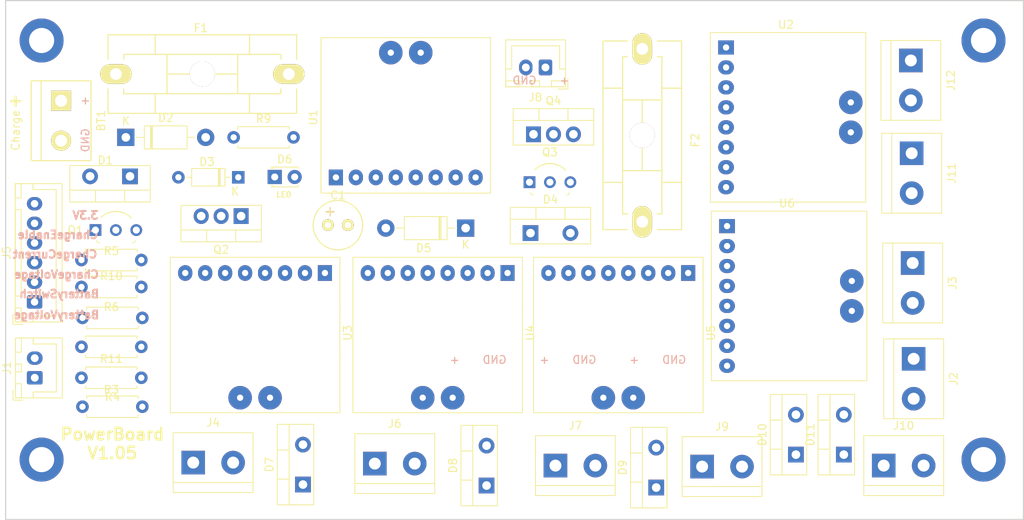
<source format=kicad_pcb>
(kicad_pcb (version 20171130) (host pcbnew "(5.1.9)-1")

  (general
    (thickness 1.6)
    (drawings 22)
    (tracks 0)
    (zones 0)
    (modules 48)
    (nets 33)
  )

  (page A4)
  (layers
    (0 F.Cu signal)
    (31 B.Cu signal)
    (32 B.Adhes user)
    (33 F.Adhes user)
    (34 B.Paste user)
    (35 F.Paste user)
    (36 B.SilkS user hide)
    (37 F.SilkS user)
    (38 B.Mask user)
    (39 F.Mask user)
    (40 Dwgs.User user)
    (41 Cmts.User user)
    (42 Eco1.User user)
    (43 Eco2.User user)
    (44 Edge.Cuts user)
    (45 Margin user)
    (46 B.CrtYd user)
    (47 F.CrtYd user)
    (48 B.Fab user hide)
    (49 F.Fab user hide)
  )

  (setup
    (last_trace_width 0.254)
    (user_trace_width 0.4)
    (user_trace_width 0.5)
    (user_trace_width 1.25)
    (user_trace_width 2)
    (user_trace_width 2.25)
    (trace_clearance 0.254)
    (zone_clearance 0.508)
    (zone_45_only no)
    (trace_min 0.2)
    (via_size 0.8)
    (via_drill 0.4)
    (via_min_size 0.4)
    (via_min_drill 0.3)
    (uvia_size 0.3)
    (uvia_drill 0.1)
    (uvias_allowed no)
    (uvia_min_size 0.2)
    (uvia_min_drill 0.1)
    (edge_width 0.05)
    (segment_width 0.2)
    (pcb_text_width 0.3)
    (pcb_text_size 1.5 1.5)
    (mod_edge_width 0.12)
    (mod_text_size 1 1)
    (mod_text_width 0.15)
    (pad_size 4.7 4.7)
    (pad_drill 2.7)
    (pad_to_mask_clearance 0)
    (aux_axis_origin 0 0)
    (visible_elements 7FFFFFFF)
    (pcbplotparams
      (layerselection 0x010fc_ffffffff)
      (usegerberextensions true)
      (usegerberattributes false)
      (usegerberadvancedattributes false)
      (creategerberjobfile false)
      (excludeedgelayer true)
      (linewidth 0.100000)
      (plotframeref false)
      (viasonmask false)
      (mode 1)
      (useauxorigin false)
      (hpglpennumber 1)
      (hpglpenspeed 20)
      (hpglpendiameter 15.000000)
      (psnegative false)
      (psa4output false)
      (plotreference true)
      (plotvalue false)
      (plotinvisibletext false)
      (padsonsilk false)
      (subtractmaskfromsilk true)
      (outputformat 1)
      (mirror false)
      (drillshape 0)
      (scaleselection 1)
      (outputdirectory "charge101gerber/"))
  )

  (net 0 "")
  (net 1 GND)
  (net 2 "Net-(BT1-Pad1)")
  (net 3 "Net-(D2-Pad2)")
  (net 4 "Net-(D3-Pad1)")
  (net 5 "Net-(D4-Pad1)")
  (net 6 "Net-(D5-Pad2)")
  (net 7 "Net-(F2-Pad1)")
  (net 8 pinChargeEnable)
  (net 9 pinBatterySwitch)
  (net 10 "Net-(J2-Pad1)")
  (net 11 "Net-(Q1-Pad1)")
  (net 12 "Net-(Q1-Pad2)")
  (net 13 "Net-(Q3-Pad2)")
  (net 14 +3V3)
  (net 15 "Net-(D6-Pad2)")
  (net 16 "Net-(J8-Pad1)")
  (net 17 "Net-(D8-Pad2)")
  (net 18 V_Bat)
  (net 19 V_Charge)
  (net 20 "Net-(D11-Pad2)")
  (net 21 "Net-(D11-Pad1)")
  (net 22 "Net-(D7-Pad2)")
  (net 23 SDA0)
  (net 24 SCL0)
  (net 25 SDA1)
  (net 26 SCL1)
  (net 27 "Net-(D9-Pad2)")
  (net 28 "Net-(D10-Pad2)")
  (net 29 "Net-(D7-Pad1)")
  (net 30 "Net-(D8-Pad1)")
  (net 31 "Net-(D9-Pad1)")
  (net 32 "Net-(D10-Pad1)")

  (net_class Default "Dies ist die voreingestellte Netzklasse."
    (clearance 0.254)
    (trace_width 0.254)
    (via_dia 0.8)
    (via_drill 0.4)
    (uvia_dia 0.3)
    (uvia_drill 0.1)
    (diff_pair_width 0.254)
    (diff_pair_gap 0.254)
    (add_net +3V3)
    (add_net GND)
    (add_net "Net-(BT1-Pad1)")
    (add_net "Net-(D10-Pad1)")
    (add_net "Net-(D10-Pad2)")
    (add_net "Net-(D11-Pad1)")
    (add_net "Net-(D11-Pad2)")
    (add_net "Net-(D2-Pad2)")
    (add_net "Net-(D3-Pad1)")
    (add_net "Net-(D4-Pad1)")
    (add_net "Net-(D5-Pad2)")
    (add_net "Net-(D6-Pad2)")
    (add_net "Net-(D7-Pad1)")
    (add_net "Net-(D7-Pad2)")
    (add_net "Net-(D8-Pad1)")
    (add_net "Net-(D8-Pad2)")
    (add_net "Net-(D9-Pad1)")
    (add_net "Net-(D9-Pad2)")
    (add_net "Net-(F2-Pad1)")
    (add_net "Net-(J2-Pad1)")
    (add_net "Net-(J8-Pad1)")
    (add_net "Net-(Q1-Pad1)")
    (add_net "Net-(Q1-Pad2)")
    (add_net "Net-(Q3-Pad2)")
    (add_net "Net-(U1-Pad1)")
    (add_net "Net-(U1-Pad2)")
    (add_net "Net-(U1-Pad4)")
    (add_net "Net-(U2-Pad1)")
    (add_net "Net-(U2-Pad2)")
    (add_net "Net-(U2-Pad4)")
    (add_net "Net-(U3-Pad1)")
    (add_net "Net-(U3-Pad2)")
    (add_net "Net-(U3-Pad4)")
    (add_net "Net-(U4-Pad1)")
    (add_net "Net-(U4-Pad2)")
    (add_net "Net-(U4-Pad4)")
    (add_net "Net-(U5-Pad1)")
    (add_net "Net-(U5-Pad2)")
    (add_net "Net-(U5-Pad4)")
    (add_net "Net-(U6-Pad1)")
    (add_net "Net-(U6-Pad2)")
    (add_net "Net-(U6-Pad4)")
    (add_net SCL0)
    (add_net SCL1)
    (add_net SDA0)
    (add_net SDA1)
    (add_net V_Bat)
    (add_net V_Charge)
    (add_net pinBatterySwitch)
    (add_net pinChargeEnable)
  )

  (net_class +24V ""
    (clearance 0.55)
    (trace_width 1.5)
    (via_dia 0.8)
    (via_drill 0.4)
    (uvia_dia 0.3)
    (uvia_drill 0.1)
    (diff_pair_width 0.55)
    (diff_pair_gap 1.5)
  )

  (net_class +3V ""
    (clearance 0.254)
    (trace_width 0.5)
    (via_dia 0.8)
    (via_drill 0.4)
    (uvia_dia 0.3)
    (uvia_drill 0.1)
    (diff_pair_width 0.5)
    (diff_pair_gap 0.5)
  )

  (module Zimprich:Fuseholder_Reichelt_PL112000 (layer F.Cu) (tedit 54CF9CCF) (tstamp 6072051F)
    (at 149.606 118.745 270)
    (descr "Fuseholder, 5x20, Semi closed, horizontal, Casing 10x25mm,")
    (tags "Fuseholder, 5x20, Semi closed, horizontal, Casing 10x25mm, Sicherungshalter, halbgeschlossen,")
    (path /60732011)
    (fp_text reference F2 (at 0.635 -6.731 90) (layer F.SilkS)
      (effects (font (size 1 1) (thickness 0.15)))
    )
    (fp_text value 10A (at 0 0 90) (layer F.Fab) hide
      (effects (font (size 1 1) (thickness 0.15)))
    )
    (fp_line (start -11.99896 -5.00126) (end -11.99896 -1.89992) (layer F.SilkS) (width 0.15))
    (fp_line (start 11.99896 -5.00126) (end -11.99896 -5.00126) (layer F.SilkS) (width 0.15))
    (fp_line (start 11.99896 5.00126) (end 11.99896 1.89992) (layer F.SilkS) (width 0.15))
    (fp_line (start -11.99896 5.00126) (end 11.99896 5.00126) (layer F.SilkS) (width 0.15))
    (fp_line (start -11.99896 1.89992) (end -11.99896 5.00126) (layer F.SilkS) (width 0.15))
    (fp_line (start 11.99896 -1.89992) (end 11.99896 -5.00126) (layer F.SilkS) (width 0.15))
    (fp_line (start -9.99998 -2.49936) (end -9.99998 -1.89992) (layer F.SilkS) (width 0.15))
    (fp_line (start 9.99998 -2.49936) (end -9.99998 -2.49936) (layer F.SilkS) (width 0.15))
    (fp_line (start 9.99998 2.49936) (end 9.99998 1.89992) (layer F.SilkS) (width 0.15))
    (fp_line (start -9.99998 2.49936) (end 9.99998 2.49936) (layer F.SilkS) (width 0.15))
    (fp_line (start -9.99998 1.89992) (end -9.99998 2.49936) (layer F.SilkS) (width 0.15))
    (fp_line (start 9.99998 -1.89992) (end 9.99998 -2.49936) (layer F.SilkS) (width 0.15))
    (fp_line (start 4.50088 -2.49936) (end 4.50088 2.49936) (layer F.SilkS) (width 0.15))
    (fp_line (start -4.50088 -2.49936) (end -4.50088 2.49936) (layer F.SilkS) (width 0.15))
    (fp_line (start -4.50088 0) (end 4.50088 0) (layer F.SilkS) (width 0.15))
    (fp_line (start 5.99948 -5.00126) (end 5.99948 -2.49936) (layer F.SilkS) (width 0.15))
    (fp_line (start 5.99948 5.00126) (end 5.99948 2.49936) (layer F.SilkS) (width 0.15))
    (fp_line (start -5.99948 5.00126) (end -5.99948 2.49936) (layer F.SilkS) (width 0.15))
    (fp_line (start -5.99948 -2.49936) (end -5.99948 -5.00126) (layer F.SilkS) (width 0.15))
    (pad ~ thru_hole circle (at 0 0 270) (size 3.2 3.2) (drill 3.2) (layers *.Cu *.Mask F.SilkS))
    (pad 1 thru_hole oval (at -11.00074 0 180) (size 2.49936 4.0005) (drill 1.50114) (layers *.Cu *.Mask F.SilkS)
      (net 7 "Net-(F2-Pad1)"))
    (pad 2 thru_hole oval (at 11.00074 0 180) (size 2.49936 4.0005) (drill 1.50114) (layers *.Cu *.Mask F.SilkS)
      (net 5 "Net-(D4-Pad1)"))
    (model fuse_socket/fuse_socket.wrl
      (at (xyz 0 0 0))
      (scale (xyz 1 1 1))
      (rotate (xyz 0 0 0))
    )
    (model ${KISYS3DMOD}/walter/misc_comp/fuse_cq-200c.wrl
      (at (xyz 0 0 0))
      (scale (xyz 1 1 1))
      (rotate (xyz 0 0 90))
    )
  )

  (module Package_TO_SOT_THT:TO-220-2_Vertical (layer F.Cu) (tedit 5AC8BA0D) (tstamp 60EEE39A)
    (at 169.164 159.385 90)
    (descr "TO-220-2, Vertical, RM 5.08mm, see https://www.centralsemi.com/PDFS/CASE/TO-220-2PD.PDF")
    (tags "TO-220-2 Vertical RM 5.08mm")
    (path /611BB14A)
    (fp_text reference D10 (at 2.54 -4.27 90) (layer F.SilkS)
      (effects (font (size 1 1) (thickness 0.15)))
    )
    (fp_text value MBR1045 (at 2.54 2.5 90) (layer F.Fab)
      (effects (font (size 1 1) (thickness 0.15)))
    )
    (fp_line (start 7.79 -3.4) (end -2.71 -3.4) (layer F.CrtYd) (width 0.05))
    (fp_line (start 7.79 1.51) (end 7.79 -3.4) (layer F.CrtYd) (width 0.05))
    (fp_line (start -2.71 1.51) (end 7.79 1.51) (layer F.CrtYd) (width 0.05))
    (fp_line (start -2.71 -3.4) (end -2.71 1.51) (layer F.CrtYd) (width 0.05))
    (fp_line (start 4.391 -3.27) (end 4.391 -1.76) (layer F.SilkS) (width 0.12))
    (fp_line (start 0.69 -3.27) (end 0.69 -1.76) (layer F.SilkS) (width 0.12))
    (fp_line (start -2.58 -1.76) (end 7.66 -1.76) (layer F.SilkS) (width 0.12))
    (fp_line (start 7.66 -3.27) (end 7.66 1.371) (layer F.SilkS) (width 0.12))
    (fp_line (start -2.58 -3.27) (end -2.58 1.371) (layer F.SilkS) (width 0.12))
    (fp_line (start -2.58 1.371) (end 7.66 1.371) (layer F.SilkS) (width 0.12))
    (fp_line (start -2.58 -3.27) (end 7.66 -3.27) (layer F.SilkS) (width 0.12))
    (fp_line (start 4.39 -3.15) (end 4.39 -1.88) (layer F.Fab) (width 0.1))
    (fp_line (start 0.69 -3.15) (end 0.69 -1.88) (layer F.Fab) (width 0.1))
    (fp_line (start -2.46 -1.88) (end 7.54 -1.88) (layer F.Fab) (width 0.1))
    (fp_line (start 7.54 -3.15) (end -2.46 -3.15) (layer F.Fab) (width 0.1))
    (fp_line (start 7.54 1.25) (end 7.54 -3.15) (layer F.Fab) (width 0.1))
    (fp_line (start -2.46 1.25) (end 7.54 1.25) (layer F.Fab) (width 0.1))
    (fp_line (start -2.46 -3.15) (end -2.46 1.25) (layer F.Fab) (width 0.1))
    (fp_text user %R (at 2.54 -4.27 90) (layer F.Fab)
      (effects (font (size 1 1) (thickness 0.15)))
    )
    (pad 2 thru_hole oval (at 5.08 0 90) (size 2 2) (drill 1.1) (layers *.Cu *.Mask)
      (net 28 "Net-(D10-Pad2)"))
    (pad 1 thru_hole rect (at 0 0 90) (size 2 2) (drill 1.1) (layers *.Cu *.Mask)
      (net 32 "Net-(D10-Pad1)"))
    (model ${KISYS3DMOD}/Package_TO_SOT_THT.3dshapes/TO-220-2_Vertical.wrl
      (at (xyz 0 0 0))
      (scale (xyz 1 1 1))
      (rotate (xyz 0 0 0))
    )
  )

  (module Package_TO_SOT_THT:TO-220-2_Vertical (layer F.Cu) (tedit 5AC8BA0D) (tstamp 60EEE381)
    (at 151.384 163.576 90)
    (descr "TO-220-2, Vertical, RM 5.08mm, see https://www.centralsemi.com/PDFS/CASE/TO-220-2PD.PDF")
    (tags "TO-220-2 Vertical RM 5.08mm")
    (path /611BD572)
    (fp_text reference D9 (at 2.54 -4.27 90) (layer F.SilkS)
      (effects (font (size 1 1) (thickness 0.15)))
    )
    (fp_text value MBR1045 (at 2.54 2.5 90) (layer F.Fab)
      (effects (font (size 1 1) (thickness 0.15)))
    )
    (fp_line (start 7.79 -3.4) (end -2.71 -3.4) (layer F.CrtYd) (width 0.05))
    (fp_line (start 7.79 1.51) (end 7.79 -3.4) (layer F.CrtYd) (width 0.05))
    (fp_line (start -2.71 1.51) (end 7.79 1.51) (layer F.CrtYd) (width 0.05))
    (fp_line (start -2.71 -3.4) (end -2.71 1.51) (layer F.CrtYd) (width 0.05))
    (fp_line (start 4.391 -3.27) (end 4.391 -1.76) (layer F.SilkS) (width 0.12))
    (fp_line (start 0.69 -3.27) (end 0.69 -1.76) (layer F.SilkS) (width 0.12))
    (fp_line (start -2.58 -1.76) (end 7.66 -1.76) (layer F.SilkS) (width 0.12))
    (fp_line (start 7.66 -3.27) (end 7.66 1.371) (layer F.SilkS) (width 0.12))
    (fp_line (start -2.58 -3.27) (end -2.58 1.371) (layer F.SilkS) (width 0.12))
    (fp_line (start -2.58 1.371) (end 7.66 1.371) (layer F.SilkS) (width 0.12))
    (fp_line (start -2.58 -3.27) (end 7.66 -3.27) (layer F.SilkS) (width 0.12))
    (fp_line (start 4.39 -3.15) (end 4.39 -1.88) (layer F.Fab) (width 0.1))
    (fp_line (start 0.69 -3.15) (end 0.69 -1.88) (layer F.Fab) (width 0.1))
    (fp_line (start -2.46 -1.88) (end 7.54 -1.88) (layer F.Fab) (width 0.1))
    (fp_line (start 7.54 -3.15) (end -2.46 -3.15) (layer F.Fab) (width 0.1))
    (fp_line (start 7.54 1.25) (end 7.54 -3.15) (layer F.Fab) (width 0.1))
    (fp_line (start -2.46 1.25) (end 7.54 1.25) (layer F.Fab) (width 0.1))
    (fp_line (start -2.46 -3.15) (end -2.46 1.25) (layer F.Fab) (width 0.1))
    (fp_text user %R (at 2.54 -4.27 90) (layer F.Fab)
      (effects (font (size 1 1) (thickness 0.15)))
    )
    (pad 2 thru_hole oval (at 5.08 0 90) (size 2 2) (drill 1.1) (layers *.Cu *.Mask)
      (net 27 "Net-(D9-Pad2)"))
    (pad 1 thru_hole rect (at 0 0 90) (size 2 2) (drill 1.1) (layers *.Cu *.Mask)
      (net 31 "Net-(D9-Pad1)"))
    (model ${KISYS3DMOD}/Package_TO_SOT_THT.3dshapes/TO-220-2_Vertical.wrl
      (at (xyz 0 0 0))
      (scale (xyz 1 1 1))
      (rotate (xyz 0 0 0))
    )
  )

  (module Package_TO_SOT_THT:TO-220-2_Vertical (layer F.Cu) (tedit 5AC8BA0D) (tstamp 60EEE368)
    (at 129.794 163.322 90)
    (descr "TO-220-2, Vertical, RM 5.08mm, see https://www.centralsemi.com/PDFS/CASE/TO-220-2PD.PDF")
    (tags "TO-220-2 Vertical RM 5.08mm")
    (path /611C808C)
    (fp_text reference D8 (at 2.54 -4.27 90) (layer F.SilkS)
      (effects (font (size 1 1) (thickness 0.15)))
    )
    (fp_text value MBR1045 (at 2.54 2.5 90) (layer F.Fab)
      (effects (font (size 1 1) (thickness 0.15)))
    )
    (fp_line (start 7.79 -3.4) (end -2.71 -3.4) (layer F.CrtYd) (width 0.05))
    (fp_line (start 7.79 1.51) (end 7.79 -3.4) (layer F.CrtYd) (width 0.05))
    (fp_line (start -2.71 1.51) (end 7.79 1.51) (layer F.CrtYd) (width 0.05))
    (fp_line (start -2.71 -3.4) (end -2.71 1.51) (layer F.CrtYd) (width 0.05))
    (fp_line (start 4.391 -3.27) (end 4.391 -1.76) (layer F.SilkS) (width 0.12))
    (fp_line (start 0.69 -3.27) (end 0.69 -1.76) (layer F.SilkS) (width 0.12))
    (fp_line (start -2.58 -1.76) (end 7.66 -1.76) (layer F.SilkS) (width 0.12))
    (fp_line (start 7.66 -3.27) (end 7.66 1.371) (layer F.SilkS) (width 0.12))
    (fp_line (start -2.58 -3.27) (end -2.58 1.371) (layer F.SilkS) (width 0.12))
    (fp_line (start -2.58 1.371) (end 7.66 1.371) (layer F.SilkS) (width 0.12))
    (fp_line (start -2.58 -3.27) (end 7.66 -3.27) (layer F.SilkS) (width 0.12))
    (fp_line (start 4.39 -3.15) (end 4.39 -1.88) (layer F.Fab) (width 0.1))
    (fp_line (start 0.69 -3.15) (end 0.69 -1.88) (layer F.Fab) (width 0.1))
    (fp_line (start -2.46 -1.88) (end 7.54 -1.88) (layer F.Fab) (width 0.1))
    (fp_line (start 7.54 -3.15) (end -2.46 -3.15) (layer F.Fab) (width 0.1))
    (fp_line (start 7.54 1.25) (end 7.54 -3.15) (layer F.Fab) (width 0.1))
    (fp_line (start -2.46 1.25) (end 7.54 1.25) (layer F.Fab) (width 0.1))
    (fp_line (start -2.46 -3.15) (end -2.46 1.25) (layer F.Fab) (width 0.1))
    (fp_text user %R (at 2.54 -4.27 90) (layer F.Fab)
      (effects (font (size 1 1) (thickness 0.15)))
    )
    (pad 2 thru_hole oval (at 5.08 0 90) (size 2 2) (drill 1.1) (layers *.Cu *.Mask)
      (net 17 "Net-(D8-Pad2)"))
    (pad 1 thru_hole rect (at 0 0 90) (size 2 2) (drill 1.1) (layers *.Cu *.Mask)
      (net 30 "Net-(D8-Pad1)"))
    (model ${KISYS3DMOD}/Package_TO_SOT_THT.3dshapes/TO-220-2_Vertical.wrl
      (at (xyz 0 0 0))
      (scale (xyz 1 1 1))
      (rotate (xyz 0 0 0))
    )
  )

  (module Package_TO_SOT_THT:TO-220-2_Vertical (layer F.Cu) (tedit 5AC8BA0D) (tstamp 60EEE34F)
    (at 106.426 163.195 90)
    (descr "TO-220-2, Vertical, RM 5.08mm, see https://www.centralsemi.com/PDFS/CASE/TO-220-2PD.PDF")
    (tags "TO-220-2 Vertical RM 5.08mm")
    (path /611C5F6B)
    (fp_text reference D7 (at 2.54 -4.27 90) (layer F.SilkS)
      (effects (font (size 1 1) (thickness 0.15)))
    )
    (fp_text value MBR1045 (at 2.54 2.5 90) (layer F.Fab)
      (effects (font (size 1 1) (thickness 0.15)))
    )
    (fp_line (start 7.79 -3.4) (end -2.71 -3.4) (layer F.CrtYd) (width 0.05))
    (fp_line (start 7.79 1.51) (end 7.79 -3.4) (layer F.CrtYd) (width 0.05))
    (fp_line (start -2.71 1.51) (end 7.79 1.51) (layer F.CrtYd) (width 0.05))
    (fp_line (start -2.71 -3.4) (end -2.71 1.51) (layer F.CrtYd) (width 0.05))
    (fp_line (start 4.391 -3.27) (end 4.391 -1.76) (layer F.SilkS) (width 0.12))
    (fp_line (start 0.69 -3.27) (end 0.69 -1.76) (layer F.SilkS) (width 0.12))
    (fp_line (start -2.58 -1.76) (end 7.66 -1.76) (layer F.SilkS) (width 0.12))
    (fp_line (start 7.66 -3.27) (end 7.66 1.371) (layer F.SilkS) (width 0.12))
    (fp_line (start -2.58 -3.27) (end -2.58 1.371) (layer F.SilkS) (width 0.12))
    (fp_line (start -2.58 1.371) (end 7.66 1.371) (layer F.SilkS) (width 0.12))
    (fp_line (start -2.58 -3.27) (end 7.66 -3.27) (layer F.SilkS) (width 0.12))
    (fp_line (start 4.39 -3.15) (end 4.39 -1.88) (layer F.Fab) (width 0.1))
    (fp_line (start 0.69 -3.15) (end 0.69 -1.88) (layer F.Fab) (width 0.1))
    (fp_line (start -2.46 -1.88) (end 7.54 -1.88) (layer F.Fab) (width 0.1))
    (fp_line (start 7.54 -3.15) (end -2.46 -3.15) (layer F.Fab) (width 0.1))
    (fp_line (start 7.54 1.25) (end 7.54 -3.15) (layer F.Fab) (width 0.1))
    (fp_line (start -2.46 1.25) (end 7.54 1.25) (layer F.Fab) (width 0.1))
    (fp_line (start -2.46 -3.15) (end -2.46 1.25) (layer F.Fab) (width 0.1))
    (fp_text user %R (at 2.54 -4.27 90) (layer F.Fab)
      (effects (font (size 1 1) (thickness 0.15)))
    )
    (pad 2 thru_hole oval (at 5.08 0 90) (size 2 2) (drill 1.1) (layers *.Cu *.Mask)
      (net 22 "Net-(D7-Pad2)"))
    (pad 1 thru_hole rect (at 0 0 90) (size 2 2) (drill 1.1) (layers *.Cu *.Mask)
      (net 29 "Net-(D7-Pad1)"))
    (model ${KISYS3DMOD}/Package_TO_SOT_THT.3dshapes/TO-220-2_Vertical.wrl
      (at (xyz 0 0 0))
      (scale (xyz 1 1 1))
      (rotate (xyz 0 0 0))
    )
  )

  (module Current_sense:INA226 (layer F.Cu) (tedit 60EE9486) (tstamp 60EED7AC)
    (at 168.021 139.192 270)
    (path /6100FDBD)
    (fp_text reference U6 (at -11.79 0) (layer F.SilkS)
      (effects (font (size 1 1) (thickness 0.15)))
    )
    (fp_text value INA226 (at 0 0 90) (layer F.Fab)
      (effects (font (size 1 1) (thickness 0.15)))
    )
    (fp_line (start 10.79 -10.16) (end 10.79 -9.62) (layer F.SilkS) (width 0.12))
    (fp_line (start -10.79 -10.16) (end -10.79 -9.62) (layer F.SilkS) (width 0.12))
    (fp_line (start -10.04 8.87) (end -10.04 -9.525) (layer F.CrtYd) (width 0.05))
    (fp_line (start 10.04 8.87) (end -10.04 8.87) (layer F.CrtYd) (width 0.05))
    (fp_line (start 10.04 -9.525) (end 10.04 8.87) (layer F.CrtYd) (width 0.05))
    (fp_line (start -10.04 -9.525) (end 10.04 -9.525) (layer F.CrtYd) (width 0.05))
    (fp_line (start -10.79 3.206666) (end -10.79 9.62) (layer F.SilkS) (width 0.12))
    (fp_line (start -10.79 -3.206666) (end -10.79 3.206666) (layer F.SilkS) (width 0.12))
    (fp_line (start -10.79 -9.62) (end -10.79 -3.206666) (layer F.SilkS) (width 0.12))
    (fp_line (start 10.79 -10.16) (end -10.79 -10.16) (layer F.SilkS) (width 0.12))
    (fp_line (start 10.79 9.62) (end 10.79 -9.62) (layer F.SilkS) (width 0.12))
    (fp_line (start -10.79 9.62) (end 10.79 9.62) (layer F.SilkS) (width 0.12))
    (pad 8 thru_hole oval (at 8.89 7.62 270) (size 1.8 2) (drill 0.8) (layers *.Cu *.Mask)
      (net 14 +3V3))
    (pad 9 thru_hole oval (at -1.905 -8.255 270) (size 3 3) (drill 0.8) (layers *.Cu *.Mask)
      (net 18 V_Bat))
    (pad 7 thru_hole oval (at 6.35 7.62 270) (size 1.8 2) (drill 0.8) (layers *.Cu *.Mask)
      (net 1 GND))
    (pad 10 thru_hole oval (at 1.905 -8.255 270) (size 3 3) (drill 0.8) (layers *.Cu *.Mask)
      (net 28 "Net-(D10-Pad2)"))
    (pad 6 thru_hole oval (at 3.81 7.62 270) (size 1.8 2) (drill 0.8) (layers *.Cu *.Mask)
      (net 23 SDA0))
    (pad 5 thru_hole oval (at 1.27 7.62 270) (size 1.8 2) (drill 0.8) (layers *.Cu *.Mask)
      (net 24 SCL0))
    (pad 4 thru_hole oval (at -1.27 7.62 270) (size 1.8 2) (drill 0.8) (layers *.Cu *.Mask))
    (pad 3 thru_hole oval (at -3.81 7.62 270) (size 1.8 2) (drill 0.8) (layers *.Cu *.Mask)
      (net 18 V_Bat))
    (pad 2 thru_hole oval (at -6.35 7.62 270) (size 1.8 2) (drill 0.8) (layers *.Cu *.Mask))
    (pad 1 thru_hole rect (at -8.89 7.62 270) (size 1.8 2) (drill 0.8) (layers *.Cu *.Mask))
  )

  (module Current_sense:INA226 (layer F.Cu) (tedit 60EE9486) (tstamp 60EED792)
    (at 146.558 143.891 180)
    (path /610169E3)
    (fp_text reference U5 (at -11.79 0 90) (layer F.SilkS)
      (effects (font (size 1 1) (thickness 0.15)))
    )
    (fp_text value INA226 (at 0 0) (layer F.Fab)
      (effects (font (size 1 1) (thickness 0.15)))
    )
    (fp_line (start 10.79 -10.16) (end 10.79 -9.62) (layer F.SilkS) (width 0.12))
    (fp_line (start -10.79 -10.16) (end -10.79 -9.62) (layer F.SilkS) (width 0.12))
    (fp_line (start -10.04 8.87) (end -10.04 -9.525) (layer F.CrtYd) (width 0.05))
    (fp_line (start 10.04 8.87) (end -10.04 8.87) (layer F.CrtYd) (width 0.05))
    (fp_line (start 10.04 -9.525) (end 10.04 8.87) (layer F.CrtYd) (width 0.05))
    (fp_line (start -10.04 -9.525) (end 10.04 -9.525) (layer F.CrtYd) (width 0.05))
    (fp_line (start -10.79 3.206666) (end -10.79 9.62) (layer F.SilkS) (width 0.12))
    (fp_line (start -10.79 -3.206666) (end -10.79 3.206666) (layer F.SilkS) (width 0.12))
    (fp_line (start -10.79 -9.62) (end -10.79 -3.206666) (layer F.SilkS) (width 0.12))
    (fp_line (start 10.79 -10.16) (end -10.79 -10.16) (layer F.SilkS) (width 0.12))
    (fp_line (start 10.79 9.62) (end 10.79 -9.62) (layer F.SilkS) (width 0.12))
    (fp_line (start -10.79 9.62) (end 10.79 9.62) (layer F.SilkS) (width 0.12))
    (pad 8 thru_hole oval (at 8.89 7.62 180) (size 1.8 2) (drill 0.8) (layers *.Cu *.Mask)
      (net 14 +3V3))
    (pad 9 thru_hole oval (at -1.905 -8.255 180) (size 3 3) (drill 0.8) (layers *.Cu *.Mask)
      (net 18 V_Bat))
    (pad 7 thru_hole oval (at 6.35 7.62 180) (size 1.8 2) (drill 0.8) (layers *.Cu *.Mask)
      (net 1 GND))
    (pad 10 thru_hole oval (at 1.905 -8.255 180) (size 3 3) (drill 0.8) (layers *.Cu *.Mask)
      (net 27 "Net-(D9-Pad2)"))
    (pad 6 thru_hole oval (at 3.81 7.62 180) (size 1.8 2) (drill 0.8) (layers *.Cu *.Mask)
      (net 25 SDA1))
    (pad 5 thru_hole oval (at 1.27 7.62 180) (size 1.8 2) (drill 0.8) (layers *.Cu *.Mask)
      (net 26 SCL1))
    (pad 4 thru_hole oval (at -1.27 7.62 180) (size 1.8 2) (drill 0.8) (layers *.Cu *.Mask))
    (pad 3 thru_hole oval (at -3.81 7.62 180) (size 1.8 2) (drill 0.8) (layers *.Cu *.Mask)
      (net 18 V_Bat))
    (pad 2 thru_hole oval (at -6.35 7.62 180) (size 1.8 2) (drill 0.8) (layers *.Cu *.Mask))
    (pad 1 thru_hole rect (at -8.89 7.62 180) (size 1.8 2) (drill 0.8) (layers *.Cu *.Mask))
  )

  (module Current_sense:INA226 (layer F.Cu) (tedit 60EE9486) (tstamp 60EED778)
    (at 123.571 143.891 180)
    (path /6101A2D2)
    (fp_text reference U4 (at -11.79 0 90) (layer F.SilkS)
      (effects (font (size 1 1) (thickness 0.15)))
    )
    (fp_text value INA226 (at 0 0) (layer F.Fab)
      (effects (font (size 1 1) (thickness 0.15)))
    )
    (fp_line (start 10.79 -10.16) (end 10.79 -9.62) (layer F.SilkS) (width 0.12))
    (fp_line (start -10.79 -10.16) (end -10.79 -9.62) (layer F.SilkS) (width 0.12))
    (fp_line (start -10.04 8.87) (end -10.04 -9.525) (layer F.CrtYd) (width 0.05))
    (fp_line (start 10.04 8.87) (end -10.04 8.87) (layer F.CrtYd) (width 0.05))
    (fp_line (start 10.04 -9.525) (end 10.04 8.87) (layer F.CrtYd) (width 0.05))
    (fp_line (start -10.04 -9.525) (end 10.04 -9.525) (layer F.CrtYd) (width 0.05))
    (fp_line (start -10.79 3.206666) (end -10.79 9.62) (layer F.SilkS) (width 0.12))
    (fp_line (start -10.79 -3.206666) (end -10.79 3.206666) (layer F.SilkS) (width 0.12))
    (fp_line (start -10.79 -9.62) (end -10.79 -3.206666) (layer F.SilkS) (width 0.12))
    (fp_line (start 10.79 -10.16) (end -10.79 -10.16) (layer F.SilkS) (width 0.12))
    (fp_line (start 10.79 9.62) (end 10.79 -9.62) (layer F.SilkS) (width 0.12))
    (fp_line (start -10.79 9.62) (end 10.79 9.62) (layer F.SilkS) (width 0.12))
    (pad 8 thru_hole oval (at 8.89 7.62 180) (size 1.8 2) (drill 0.8) (layers *.Cu *.Mask)
      (net 14 +3V3))
    (pad 9 thru_hole oval (at -1.905 -8.255 180) (size 3 3) (drill 0.8) (layers *.Cu *.Mask)
      (net 18 V_Bat))
    (pad 7 thru_hole oval (at 6.35 7.62 180) (size 1.8 2) (drill 0.8) (layers *.Cu *.Mask)
      (net 1 GND))
    (pad 10 thru_hole oval (at 1.905 -8.255 180) (size 3 3) (drill 0.8) (layers *.Cu *.Mask)
      (net 17 "Net-(D8-Pad2)"))
    (pad 6 thru_hole oval (at 3.81 7.62 180) (size 1.8 2) (drill 0.8) (layers *.Cu *.Mask)
      (net 25 SDA1))
    (pad 5 thru_hole oval (at 1.27 7.62 180) (size 1.8 2) (drill 0.8) (layers *.Cu *.Mask)
      (net 26 SCL1))
    (pad 4 thru_hole oval (at -1.27 7.62 180) (size 1.8 2) (drill 0.8) (layers *.Cu *.Mask))
    (pad 3 thru_hole oval (at -3.81 7.62 180) (size 1.8 2) (drill 0.8) (layers *.Cu *.Mask)
      (net 18 V_Bat))
    (pad 2 thru_hole oval (at -6.35 7.62 180) (size 1.8 2) (drill 0.8) (layers *.Cu *.Mask))
    (pad 1 thru_hole rect (at -8.89 7.62 180) (size 1.8 2) (drill 0.8) (layers *.Cu *.Mask))
  )

  (module Current_sense:INA226 (layer F.Cu) (tedit 60EE9486) (tstamp 60EED75E)
    (at 100.33 143.891 180)
    (path /6101EF8F)
    (fp_text reference U3 (at -11.79 0 90) (layer F.SilkS)
      (effects (font (size 1 1) (thickness 0.15)))
    )
    (fp_text value INA226 (at 0 0) (layer F.Fab)
      (effects (font (size 1 1) (thickness 0.15)))
    )
    (fp_line (start 10.79 -10.16) (end 10.79 -9.62) (layer F.SilkS) (width 0.12))
    (fp_line (start -10.79 -10.16) (end -10.79 -9.62) (layer F.SilkS) (width 0.12))
    (fp_line (start -10.04 8.87) (end -10.04 -9.525) (layer F.CrtYd) (width 0.05))
    (fp_line (start 10.04 8.87) (end -10.04 8.87) (layer F.CrtYd) (width 0.05))
    (fp_line (start 10.04 -9.525) (end 10.04 8.87) (layer F.CrtYd) (width 0.05))
    (fp_line (start -10.04 -9.525) (end 10.04 -9.525) (layer F.CrtYd) (width 0.05))
    (fp_line (start -10.79 3.206666) (end -10.79 9.62) (layer F.SilkS) (width 0.12))
    (fp_line (start -10.79 -3.206666) (end -10.79 3.206666) (layer F.SilkS) (width 0.12))
    (fp_line (start -10.79 -9.62) (end -10.79 -3.206666) (layer F.SilkS) (width 0.12))
    (fp_line (start 10.79 -10.16) (end -10.79 -10.16) (layer F.SilkS) (width 0.12))
    (fp_line (start 10.79 9.62) (end 10.79 -9.62) (layer F.SilkS) (width 0.12))
    (fp_line (start -10.79 9.62) (end 10.79 9.62) (layer F.SilkS) (width 0.12))
    (pad 8 thru_hole oval (at 8.89 7.62 180) (size 1.8 2) (drill 0.8) (layers *.Cu *.Mask)
      (net 14 +3V3))
    (pad 9 thru_hole oval (at -1.905 -8.255 180) (size 3 3) (drill 0.8) (layers *.Cu *.Mask)
      (net 18 V_Bat))
    (pad 7 thru_hole oval (at 6.35 7.62 180) (size 1.8 2) (drill 0.8) (layers *.Cu *.Mask)
      (net 1 GND))
    (pad 10 thru_hole oval (at 1.905 -8.255 180) (size 3 3) (drill 0.8) (layers *.Cu *.Mask)
      (net 22 "Net-(D7-Pad2)"))
    (pad 6 thru_hole oval (at 3.81 7.62 180) (size 1.8 2) (drill 0.8) (layers *.Cu *.Mask)
      (net 25 SDA1))
    (pad 5 thru_hole oval (at 1.27 7.62 180) (size 1.8 2) (drill 0.8) (layers *.Cu *.Mask)
      (net 26 SCL1))
    (pad 4 thru_hole oval (at -1.27 7.62 180) (size 1.8 2) (drill 0.8) (layers *.Cu *.Mask))
    (pad 3 thru_hole oval (at -3.81 7.62 180) (size 1.8 2) (drill 0.8) (layers *.Cu *.Mask)
      (net 18 V_Bat))
    (pad 2 thru_hole oval (at -6.35 7.62 180) (size 1.8 2) (drill 0.8) (layers *.Cu *.Mask))
    (pad 1 thru_hole rect (at -8.89 7.62 180) (size 1.8 2) (drill 0.8) (layers *.Cu *.Mask))
  )

  (module Current_sense:INA226 (layer F.Cu) (tedit 60EE9486) (tstamp 60EED744)
    (at 167.894 116.459 270)
    (path /60F60520)
    (fp_text reference U2 (at -11.79 0) (layer F.SilkS)
      (effects (font (size 1 1) (thickness 0.15)))
    )
    (fp_text value INA226 (at 0 0 90) (layer F.Fab)
      (effects (font (size 1 1) (thickness 0.15)))
    )
    (fp_line (start 10.79 -10.16) (end 10.79 -9.62) (layer F.SilkS) (width 0.12))
    (fp_line (start -10.79 -10.16) (end -10.79 -9.62) (layer F.SilkS) (width 0.12))
    (fp_line (start -10.04 8.87) (end -10.04 -9.525) (layer F.CrtYd) (width 0.05))
    (fp_line (start 10.04 8.87) (end -10.04 8.87) (layer F.CrtYd) (width 0.05))
    (fp_line (start 10.04 -9.525) (end 10.04 8.87) (layer F.CrtYd) (width 0.05))
    (fp_line (start -10.04 -9.525) (end 10.04 -9.525) (layer F.CrtYd) (width 0.05))
    (fp_line (start -10.79 3.206666) (end -10.79 9.62) (layer F.SilkS) (width 0.12))
    (fp_line (start -10.79 -3.206666) (end -10.79 3.206666) (layer F.SilkS) (width 0.12))
    (fp_line (start -10.79 -9.62) (end -10.79 -3.206666) (layer F.SilkS) (width 0.12))
    (fp_line (start 10.79 -10.16) (end -10.79 -10.16) (layer F.SilkS) (width 0.12))
    (fp_line (start 10.79 9.62) (end 10.79 -9.62) (layer F.SilkS) (width 0.12))
    (fp_line (start -10.79 9.62) (end 10.79 9.62) (layer F.SilkS) (width 0.12))
    (pad 8 thru_hole oval (at 8.89 7.62 270) (size 1.8 2) (drill 0.8) (layers *.Cu *.Mask)
      (net 14 +3V3))
    (pad 9 thru_hole oval (at -1.905 -8.255 270) (size 3 3) (drill 0.8) (layers *.Cu *.Mask)
      (net 18 V_Bat))
    (pad 7 thru_hole oval (at 6.35 7.62 270) (size 1.8 2) (drill 0.8) (layers *.Cu *.Mask)
      (net 1 GND))
    (pad 10 thru_hole oval (at 1.905 -8.255 270) (size 3 3) (drill 0.8) (layers *.Cu *.Mask)
      (net 20 "Net-(D11-Pad2)"))
    (pad 6 thru_hole oval (at 3.81 7.62 270) (size 1.8 2) (drill 0.8) (layers *.Cu *.Mask)
      (net 23 SDA0))
    (pad 5 thru_hole oval (at 1.27 7.62 270) (size 1.8 2) (drill 0.8) (layers *.Cu *.Mask)
      (net 24 SCL0))
    (pad 4 thru_hole oval (at -1.27 7.62 270) (size 1.8 2) (drill 0.8) (layers *.Cu *.Mask))
    (pad 3 thru_hole oval (at -3.81 7.62 270) (size 1.8 2) (drill 0.8) (layers *.Cu *.Mask)
      (net 18 V_Bat))
    (pad 2 thru_hole oval (at -6.35 7.62 270) (size 1.8 2) (drill 0.8) (layers *.Cu *.Mask))
    (pad 1 thru_hole rect (at -8.89 7.62 270) (size 1.8 2) (drill 0.8) (layers *.Cu *.Mask))
  )

  (module TerminalBlock:TerminalBlock_bornier-2_P5.08mm (layer F.Cu) (tedit 59FF03AB) (tstamp 60EED50C)
    (at 183.7944 109.22 270)
    (descr "simple 2-pin terminal block, pitch 5.08mm, revamped version of bornier2")
    (tags "terminal block bornier2")
    (path /6111C7DE)
    (fp_text reference J12 (at 2.54 -5.08 90) (layer F.SilkS)
      (effects (font (size 1 1) (thickness 0.15)))
    )
    (fp_text value DC/DC2 (at 2.54 5.08 90) (layer F.Fab)
      (effects (font (size 1 1) (thickness 0.15)))
    )
    (fp_line (start 7.79 4) (end -2.71 4) (layer F.CrtYd) (width 0.05))
    (fp_line (start 7.79 4) (end 7.79 -4) (layer F.CrtYd) (width 0.05))
    (fp_line (start -2.71 -4) (end -2.71 4) (layer F.CrtYd) (width 0.05))
    (fp_line (start -2.71 -4) (end 7.79 -4) (layer F.CrtYd) (width 0.05))
    (fp_line (start -2.54 3.81) (end 7.62 3.81) (layer F.SilkS) (width 0.12))
    (fp_line (start -2.54 -3.81) (end -2.54 3.81) (layer F.SilkS) (width 0.12))
    (fp_line (start 7.62 -3.81) (end -2.54 -3.81) (layer F.SilkS) (width 0.12))
    (fp_line (start 7.62 3.81) (end 7.62 -3.81) (layer F.SilkS) (width 0.12))
    (fp_line (start 7.62 2.54) (end -2.54 2.54) (layer F.SilkS) (width 0.12))
    (fp_line (start 7.54 -3.75) (end -2.46 -3.75) (layer F.Fab) (width 0.1))
    (fp_line (start 7.54 3.75) (end 7.54 -3.75) (layer F.Fab) (width 0.1))
    (fp_line (start -2.46 3.75) (end 7.54 3.75) (layer F.Fab) (width 0.1))
    (fp_line (start -2.46 -3.75) (end -2.46 3.75) (layer F.Fab) (width 0.1))
    (fp_line (start -2.41 2.55) (end 7.49 2.55) (layer F.Fab) (width 0.1))
    (fp_text user %R (at 2.54 0 90) (layer F.Fab)
      (effects (font (size 1 1) (thickness 0.15)))
    )
    (pad 2 thru_hole circle (at 5.08 0 270) (size 3 3) (drill 1.52) (layers *.Cu *.Mask)
      (net 18 V_Bat))
    (pad 1 thru_hole rect (at 0 0 270) (size 3 3) (drill 1.52) (layers *.Cu *.Mask)
      (net 1 GND))
    (model ${KISYS3DMOD}/TerminalBlock.3dshapes/TerminalBlock_bornier-2_P5.08mm.wrl
      (offset (xyz 2.539999961853027 0 0))
      (scale (xyz 1 1 1))
      (rotate (xyz 0 0 0))
    )
  )

  (module TerminalBlock:TerminalBlock_bornier-2_P5.08mm (layer F.Cu) (tedit 59FF03AB) (tstamp 60EED4F7)
    (at 183.896 121.031 270)
    (descr "simple 2-pin terminal block, pitch 5.08mm, revamped version of bornier2")
    (tags "terminal block bornier2")
    (path /61119123)
    (fp_text reference J11 (at 2.54 -5.08 90) (layer F.SilkS)
      (effects (font (size 1 1) (thickness 0.15)))
    )
    (fp_text value DC/DC1 (at 2.54 5.08 90) (layer F.Fab)
      (effects (font (size 1 1) (thickness 0.15)))
    )
    (fp_line (start 7.79 4) (end -2.71 4) (layer F.CrtYd) (width 0.05))
    (fp_line (start 7.79 4) (end 7.79 -4) (layer F.CrtYd) (width 0.05))
    (fp_line (start -2.71 -4) (end -2.71 4) (layer F.CrtYd) (width 0.05))
    (fp_line (start -2.71 -4) (end 7.79 -4) (layer F.CrtYd) (width 0.05))
    (fp_line (start -2.54 3.81) (end 7.62 3.81) (layer F.SilkS) (width 0.12))
    (fp_line (start -2.54 -3.81) (end -2.54 3.81) (layer F.SilkS) (width 0.12))
    (fp_line (start 7.62 -3.81) (end -2.54 -3.81) (layer F.SilkS) (width 0.12))
    (fp_line (start 7.62 3.81) (end 7.62 -3.81) (layer F.SilkS) (width 0.12))
    (fp_line (start 7.62 2.54) (end -2.54 2.54) (layer F.SilkS) (width 0.12))
    (fp_line (start 7.54 -3.75) (end -2.46 -3.75) (layer F.Fab) (width 0.1))
    (fp_line (start 7.54 3.75) (end 7.54 -3.75) (layer F.Fab) (width 0.1))
    (fp_line (start -2.46 3.75) (end 7.54 3.75) (layer F.Fab) (width 0.1))
    (fp_line (start -2.46 -3.75) (end -2.46 3.75) (layer F.Fab) (width 0.1))
    (fp_line (start -2.41 2.55) (end 7.49 2.55) (layer F.Fab) (width 0.1))
    (fp_text user %R (at 2.54 0 90) (layer F.Fab)
      (effects (font (size 1 1) (thickness 0.15)))
    )
    (pad 2 thru_hole circle (at 5.08 0 270) (size 3 3) (drill 1.52) (layers *.Cu *.Mask)
      (net 18 V_Bat))
    (pad 1 thru_hole rect (at 0 0 270) (size 3 3) (drill 1.52) (layers *.Cu *.Mask)
      (net 1 GND))
    (model ${KISYS3DMOD}/TerminalBlock.3dshapes/TerminalBlock_bornier-2_P5.08mm.wrl
      (offset (xyz 2.539999961853027 0 0))
      (scale (xyz 1 1 1))
      (rotate (xyz 0 0 0))
    )
  )

  (module TerminalBlock:TerminalBlock_bornier-2_P5.08mm (layer F.Cu) (tedit 59FF03AB) (tstamp 60EED4E2)
    (at 180.34 160.782)
    (descr "simple 2-pin terminal block, pitch 5.08mm, revamped version of bornier2")
    (tags "terminal block bornier2")
    (path /60FC516E)
    (fp_text reference J10 (at 2.54 -5.08) (layer F.SilkS)
      (effects (font (size 1 1) (thickness 0.15)))
    )
    (fp_text value Mot_Left (at 2.54 5.08) (layer F.Fab)
      (effects (font (size 1 1) (thickness 0.15)))
    )
    (fp_line (start 7.79 4) (end -2.71 4) (layer F.CrtYd) (width 0.05))
    (fp_line (start 7.79 4) (end 7.79 -4) (layer F.CrtYd) (width 0.05))
    (fp_line (start -2.71 -4) (end -2.71 4) (layer F.CrtYd) (width 0.05))
    (fp_line (start -2.71 -4) (end 7.79 -4) (layer F.CrtYd) (width 0.05))
    (fp_line (start -2.54 3.81) (end 7.62 3.81) (layer F.SilkS) (width 0.12))
    (fp_line (start -2.54 -3.81) (end -2.54 3.81) (layer F.SilkS) (width 0.12))
    (fp_line (start 7.62 -3.81) (end -2.54 -3.81) (layer F.SilkS) (width 0.12))
    (fp_line (start 7.62 3.81) (end 7.62 -3.81) (layer F.SilkS) (width 0.12))
    (fp_line (start 7.62 2.54) (end -2.54 2.54) (layer F.SilkS) (width 0.12))
    (fp_line (start 7.54 -3.75) (end -2.46 -3.75) (layer F.Fab) (width 0.1))
    (fp_line (start 7.54 3.75) (end 7.54 -3.75) (layer F.Fab) (width 0.1))
    (fp_line (start -2.46 3.75) (end 7.54 3.75) (layer F.Fab) (width 0.1))
    (fp_line (start -2.46 -3.75) (end -2.46 3.75) (layer F.Fab) (width 0.1))
    (fp_line (start -2.41 2.55) (end 7.49 2.55) (layer F.Fab) (width 0.1))
    (fp_text user %R (at 2.54 0) (layer F.Fab)
      (effects (font (size 1 1) (thickness 0.15)))
    )
    (pad 2 thru_hole circle (at 5.08 0) (size 3 3) (drill 1.52) (layers *.Cu *.Mask)
      (net 21 "Net-(D11-Pad1)"))
    (pad 1 thru_hole rect (at 0 0) (size 3 3) (drill 1.52) (layers *.Cu *.Mask)
      (net 1 GND))
    (model ${KISYS3DMOD}/TerminalBlock.3dshapes/TerminalBlock_bornier-2_P5.08mm.wrl
      (offset (xyz 2.539999961853027 0 0))
      (scale (xyz 1 1 1))
      (rotate (xyz 0 0 0))
    )
  )

  (module TerminalBlock:TerminalBlock_bornier-2_P5.08mm (layer F.Cu) (tedit 59FF03AB) (tstamp 60EED4CD)
    (at 157.226 160.909)
    (descr "simple 2-pin terminal block, pitch 5.08mm, revamped version of bornier2")
    (tags "terminal block bornier2")
    (path /6100FDC9)
    (fp_text reference J9 (at 2.54 -5.08) (layer F.SilkS)
      (effects (font (size 1 1) (thickness 0.15)))
    )
    (fp_text value Mot_Right (at 2.54 5.08) (layer F.Fab)
      (effects (font (size 1 1) (thickness 0.15)))
    )
    (fp_line (start 7.79 4) (end -2.71 4) (layer F.CrtYd) (width 0.05))
    (fp_line (start 7.79 4) (end 7.79 -4) (layer F.CrtYd) (width 0.05))
    (fp_line (start -2.71 -4) (end -2.71 4) (layer F.CrtYd) (width 0.05))
    (fp_line (start -2.71 -4) (end 7.79 -4) (layer F.CrtYd) (width 0.05))
    (fp_line (start -2.54 3.81) (end 7.62 3.81) (layer F.SilkS) (width 0.12))
    (fp_line (start -2.54 -3.81) (end -2.54 3.81) (layer F.SilkS) (width 0.12))
    (fp_line (start 7.62 -3.81) (end -2.54 -3.81) (layer F.SilkS) (width 0.12))
    (fp_line (start 7.62 3.81) (end 7.62 -3.81) (layer F.SilkS) (width 0.12))
    (fp_line (start 7.62 2.54) (end -2.54 2.54) (layer F.SilkS) (width 0.12))
    (fp_line (start 7.54 -3.75) (end -2.46 -3.75) (layer F.Fab) (width 0.1))
    (fp_line (start 7.54 3.75) (end 7.54 -3.75) (layer F.Fab) (width 0.1))
    (fp_line (start -2.46 3.75) (end 7.54 3.75) (layer F.Fab) (width 0.1))
    (fp_line (start -2.46 -3.75) (end -2.46 3.75) (layer F.Fab) (width 0.1))
    (fp_line (start -2.41 2.55) (end 7.49 2.55) (layer F.Fab) (width 0.1))
    (fp_text user %R (at 2.54 0) (layer F.Fab)
      (effects (font (size 1 1) (thickness 0.15)))
    )
    (pad 2 thru_hole circle (at 5.08 0) (size 3 3) (drill 1.52) (layers *.Cu *.Mask)
      (net 32 "Net-(D10-Pad1)"))
    (pad 1 thru_hole rect (at 0 0) (size 3 3) (drill 1.52) (layers *.Cu *.Mask)
      (net 1 GND))
    (model ${KISYS3DMOD}/TerminalBlock.3dshapes/TerminalBlock_bornier-2_P5.08mm.wrl
      (offset (xyz 2.539999961853027 0 0))
      (scale (xyz 1 1 1))
      (rotate (xyz 0 0 0))
    )
  )

  (module TerminalBlock:TerminalBlock_bornier-2_P5.08mm (layer F.Cu) (tedit 59FF03AB) (tstamp 60EED46A)
    (at 138.557 160.782)
    (descr "simple 2-pin terminal block, pitch 5.08mm, revamped version of bornier2")
    (tags "terminal block bornier2")
    (path /610169EF)
    (fp_text reference J7 (at 2.54 -5.08) (layer F.SilkS)
      (effects (font (size 1 1) (thickness 0.15)))
    )
    (fp_text value Mow1 (at 2.54 5.08) (layer F.Fab)
      (effects (font (size 1 1) (thickness 0.15)))
    )
    (fp_line (start 7.79 4) (end -2.71 4) (layer F.CrtYd) (width 0.05))
    (fp_line (start 7.79 4) (end 7.79 -4) (layer F.CrtYd) (width 0.05))
    (fp_line (start -2.71 -4) (end -2.71 4) (layer F.CrtYd) (width 0.05))
    (fp_line (start -2.71 -4) (end 7.79 -4) (layer F.CrtYd) (width 0.05))
    (fp_line (start -2.54 3.81) (end 7.62 3.81) (layer F.SilkS) (width 0.12))
    (fp_line (start -2.54 -3.81) (end -2.54 3.81) (layer F.SilkS) (width 0.12))
    (fp_line (start 7.62 -3.81) (end -2.54 -3.81) (layer F.SilkS) (width 0.12))
    (fp_line (start 7.62 3.81) (end 7.62 -3.81) (layer F.SilkS) (width 0.12))
    (fp_line (start 7.62 2.54) (end -2.54 2.54) (layer F.SilkS) (width 0.12))
    (fp_line (start 7.54 -3.75) (end -2.46 -3.75) (layer F.Fab) (width 0.1))
    (fp_line (start 7.54 3.75) (end 7.54 -3.75) (layer F.Fab) (width 0.1))
    (fp_line (start -2.46 3.75) (end 7.54 3.75) (layer F.Fab) (width 0.1))
    (fp_line (start -2.46 -3.75) (end -2.46 3.75) (layer F.Fab) (width 0.1))
    (fp_line (start -2.41 2.55) (end 7.49 2.55) (layer F.Fab) (width 0.1))
    (fp_text user %R (at 2.54 0) (layer F.Fab)
      (effects (font (size 1 1) (thickness 0.15)))
    )
    (pad 2 thru_hole circle (at 5.08 0) (size 3 3) (drill 1.52) (layers *.Cu *.Mask)
      (net 31 "Net-(D9-Pad1)"))
    (pad 1 thru_hole rect (at 0 0) (size 3 3) (drill 1.52) (layers *.Cu *.Mask)
      (net 1 GND))
    (model ${KISYS3DMOD}/TerminalBlock.3dshapes/TerminalBlock_bornier-2_P5.08mm.wrl
      (offset (xyz 2.539999961853027 0 0))
      (scale (xyz 1 1 1))
      (rotate (xyz 0 0 0))
    )
  )

  (module TerminalBlock:TerminalBlock_bornier-2_P5.08mm (layer F.Cu) (tedit 59FF03AB) (tstamp 60EED455)
    (at 115.57 160.528)
    (descr "simple 2-pin terminal block, pitch 5.08mm, revamped version of bornier2")
    (tags "terminal block bornier2")
    (path /6101A2DE)
    (fp_text reference J6 (at 2.54 -5.08) (layer F.SilkS)
      (effects (font (size 1 1) (thickness 0.15)))
    )
    (fp_text value Mow2 (at 2.54 5.08) (layer F.Fab)
      (effects (font (size 1 1) (thickness 0.15)))
    )
    (fp_line (start 7.79 4) (end -2.71 4) (layer F.CrtYd) (width 0.05))
    (fp_line (start 7.79 4) (end 7.79 -4) (layer F.CrtYd) (width 0.05))
    (fp_line (start -2.71 -4) (end -2.71 4) (layer F.CrtYd) (width 0.05))
    (fp_line (start -2.71 -4) (end 7.79 -4) (layer F.CrtYd) (width 0.05))
    (fp_line (start -2.54 3.81) (end 7.62 3.81) (layer F.SilkS) (width 0.12))
    (fp_line (start -2.54 -3.81) (end -2.54 3.81) (layer F.SilkS) (width 0.12))
    (fp_line (start 7.62 -3.81) (end -2.54 -3.81) (layer F.SilkS) (width 0.12))
    (fp_line (start 7.62 3.81) (end 7.62 -3.81) (layer F.SilkS) (width 0.12))
    (fp_line (start 7.62 2.54) (end -2.54 2.54) (layer F.SilkS) (width 0.12))
    (fp_line (start 7.54 -3.75) (end -2.46 -3.75) (layer F.Fab) (width 0.1))
    (fp_line (start 7.54 3.75) (end 7.54 -3.75) (layer F.Fab) (width 0.1))
    (fp_line (start -2.46 3.75) (end 7.54 3.75) (layer F.Fab) (width 0.1))
    (fp_line (start -2.46 -3.75) (end -2.46 3.75) (layer F.Fab) (width 0.1))
    (fp_line (start -2.41 2.55) (end 7.49 2.55) (layer F.Fab) (width 0.1))
    (fp_text user %R (at 2.54 0) (layer F.Fab)
      (effects (font (size 1 1) (thickness 0.15)))
    )
    (pad 2 thru_hole circle (at 5.08 0) (size 3 3) (drill 1.52) (layers *.Cu *.Mask)
      (net 30 "Net-(D8-Pad1)"))
    (pad 1 thru_hole rect (at 0 0) (size 3 3) (drill 1.52) (layers *.Cu *.Mask)
      (net 1 GND))
    (model ${KISYS3DMOD}/TerminalBlock.3dshapes/TerminalBlock_bornier-2_P5.08mm.wrl
      (offset (xyz 2.539999961853027 0 0))
      (scale (xyz 1 1 1))
      (rotate (xyz 0 0 0))
    )
  )

  (module Connector_JST:JST_XH_B6B-XH-A_1x06_P2.50mm_Vertical (layer F.Cu) (tedit 5C28146C) (tstamp 60EED440)
    (at 72.263 139.954 90)
    (descr "JST XH series connector, B6B-XH-A (http://www.jst-mfg.com/product/pdf/eng/eXH.pdf), generated with kicad-footprint-generator")
    (tags "connector JST XH vertical")
    (path /610EC238)
    (fp_text reference J5 (at 6.25 -3.55 90) (layer F.SilkS)
      (effects (font (size 1 1) (thickness 0.15)))
    )
    (fp_text value Main_PCB1 (at 6.25 4.6 90) (layer F.Fab)
      (effects (font (size 1 1) (thickness 0.15)))
    )
    (fp_line (start -2.85 -2.75) (end -2.85 -1.5) (layer F.SilkS) (width 0.12))
    (fp_line (start -1.6 -2.75) (end -2.85 -2.75) (layer F.SilkS) (width 0.12))
    (fp_line (start 14.3 2.75) (end 6.25 2.75) (layer F.SilkS) (width 0.12))
    (fp_line (start 14.3 -0.2) (end 14.3 2.75) (layer F.SilkS) (width 0.12))
    (fp_line (start 15.05 -0.2) (end 14.3 -0.2) (layer F.SilkS) (width 0.12))
    (fp_line (start -1.8 2.75) (end 6.25 2.75) (layer F.SilkS) (width 0.12))
    (fp_line (start -1.8 -0.2) (end -1.8 2.75) (layer F.SilkS) (width 0.12))
    (fp_line (start -2.55 -0.2) (end -1.8 -0.2) (layer F.SilkS) (width 0.12))
    (fp_line (start 15.05 -2.45) (end 13.25 -2.45) (layer F.SilkS) (width 0.12))
    (fp_line (start 15.05 -1.7) (end 15.05 -2.45) (layer F.SilkS) (width 0.12))
    (fp_line (start 13.25 -1.7) (end 15.05 -1.7) (layer F.SilkS) (width 0.12))
    (fp_line (start 13.25 -2.45) (end 13.25 -1.7) (layer F.SilkS) (width 0.12))
    (fp_line (start -0.75 -2.45) (end -2.55 -2.45) (layer F.SilkS) (width 0.12))
    (fp_line (start -0.75 -1.7) (end -0.75 -2.45) (layer F.SilkS) (width 0.12))
    (fp_line (start -2.55 -1.7) (end -0.75 -1.7) (layer F.SilkS) (width 0.12))
    (fp_line (start -2.55 -2.45) (end -2.55 -1.7) (layer F.SilkS) (width 0.12))
    (fp_line (start 11.75 -2.45) (end 0.75 -2.45) (layer F.SilkS) (width 0.12))
    (fp_line (start 11.75 -1.7) (end 11.75 -2.45) (layer F.SilkS) (width 0.12))
    (fp_line (start 0.75 -1.7) (end 11.75 -1.7) (layer F.SilkS) (width 0.12))
    (fp_line (start 0.75 -2.45) (end 0.75 -1.7) (layer F.SilkS) (width 0.12))
    (fp_line (start 0 -1.35) (end 0.625 -2.35) (layer F.Fab) (width 0.1))
    (fp_line (start -0.625 -2.35) (end 0 -1.35) (layer F.Fab) (width 0.1))
    (fp_line (start 15.45 -2.85) (end -2.95 -2.85) (layer F.CrtYd) (width 0.05))
    (fp_line (start 15.45 3.9) (end 15.45 -2.85) (layer F.CrtYd) (width 0.05))
    (fp_line (start -2.95 3.9) (end 15.45 3.9) (layer F.CrtYd) (width 0.05))
    (fp_line (start -2.95 -2.85) (end -2.95 3.9) (layer F.CrtYd) (width 0.05))
    (fp_line (start 15.06 -2.46) (end -2.56 -2.46) (layer F.SilkS) (width 0.12))
    (fp_line (start 15.06 3.51) (end 15.06 -2.46) (layer F.SilkS) (width 0.12))
    (fp_line (start -2.56 3.51) (end 15.06 3.51) (layer F.SilkS) (width 0.12))
    (fp_line (start -2.56 -2.46) (end -2.56 3.51) (layer F.SilkS) (width 0.12))
    (fp_line (start 14.95 -2.35) (end -2.45 -2.35) (layer F.Fab) (width 0.1))
    (fp_line (start 14.95 3.4) (end 14.95 -2.35) (layer F.Fab) (width 0.1))
    (fp_line (start -2.45 3.4) (end 14.95 3.4) (layer F.Fab) (width 0.1))
    (fp_line (start -2.45 -2.35) (end -2.45 3.4) (layer F.Fab) (width 0.1))
    (fp_text user %R (at 6.25 2.7 90) (layer F.Fab)
      (effects (font (size 1 1) (thickness 0.15)))
    )
    (pad 6 thru_hole oval (at 12.5 0 90) (size 1.7 1.95) (drill 0.95) (layers *.Cu *.Mask)
      (net 14 +3V3))
    (pad 5 thru_hole oval (at 10 0 90) (size 1.7 1.95) (drill 0.95) (layers *.Cu *.Mask)
      (net 1 GND))
    (pad 4 thru_hole oval (at 7.5 0 90) (size 1.7 1.95) (drill 0.95) (layers *.Cu *.Mask)
      (net 23 SDA0))
    (pad 3 thru_hole oval (at 5 0 90) (size 1.7 1.95) (drill 0.95) (layers *.Cu *.Mask)
      (net 24 SCL0))
    (pad 2 thru_hole oval (at 2.5 0 90) (size 1.7 1.95) (drill 0.95) (layers *.Cu *.Mask)
      (net 25 SDA1))
    (pad 1 thru_hole roundrect (at 0 0 90) (size 1.7 1.95) (drill 0.95) (layers *.Cu *.Mask) (roundrect_rratio 0.147059)
      (net 26 SCL1))
    (model ${KISYS3DMOD}/Connector_JST.3dshapes/JST_XH_B6B-XH-A_1x06_P2.50mm_Vertical.wrl
      (at (xyz 0 0 0))
      (scale (xyz 1 1 1))
      (rotate (xyz 0 0 0))
    )
  )

  (module TerminalBlock:TerminalBlock_bornier-2_P5.08mm (layer F.Cu) (tedit 59FF03AB) (tstamp 60EED413)
    (at 92.456 160.401)
    (descr "simple 2-pin terminal block, pitch 5.08mm, revamped version of bornier2")
    (tags "terminal block bornier2")
    (path /6101EF9B)
    (fp_text reference J4 (at 2.54 -5.08) (layer F.SilkS)
      (effects (font (size 1 1) (thickness 0.15)))
    )
    (fp_text value Mow3 (at 2.54 5.08) (layer F.Fab)
      (effects (font (size 1 1) (thickness 0.15)))
    )
    (fp_line (start 7.79 4) (end -2.71 4) (layer F.CrtYd) (width 0.05))
    (fp_line (start 7.79 4) (end 7.79 -4) (layer F.CrtYd) (width 0.05))
    (fp_line (start -2.71 -4) (end -2.71 4) (layer F.CrtYd) (width 0.05))
    (fp_line (start -2.71 -4) (end 7.79 -4) (layer F.CrtYd) (width 0.05))
    (fp_line (start -2.54 3.81) (end 7.62 3.81) (layer F.SilkS) (width 0.12))
    (fp_line (start -2.54 -3.81) (end -2.54 3.81) (layer F.SilkS) (width 0.12))
    (fp_line (start 7.62 -3.81) (end -2.54 -3.81) (layer F.SilkS) (width 0.12))
    (fp_line (start 7.62 3.81) (end 7.62 -3.81) (layer F.SilkS) (width 0.12))
    (fp_line (start 7.62 2.54) (end -2.54 2.54) (layer F.SilkS) (width 0.12))
    (fp_line (start 7.54 -3.75) (end -2.46 -3.75) (layer F.Fab) (width 0.1))
    (fp_line (start 7.54 3.75) (end 7.54 -3.75) (layer F.Fab) (width 0.1))
    (fp_line (start -2.46 3.75) (end 7.54 3.75) (layer F.Fab) (width 0.1))
    (fp_line (start -2.46 -3.75) (end -2.46 3.75) (layer F.Fab) (width 0.1))
    (fp_line (start -2.41 2.55) (end 7.49 2.55) (layer F.Fab) (width 0.1))
    (fp_text user %R (at 2.54 0) (layer F.Fab)
      (effects (font (size 1 1) (thickness 0.15)))
    )
    (pad 2 thru_hole circle (at 5.08 0) (size 3 3) (drill 1.52) (layers *.Cu *.Mask)
      (net 29 "Net-(D7-Pad1)"))
    (pad 1 thru_hole rect (at 0 0) (size 3 3) (drill 1.52) (layers *.Cu *.Mask)
      (net 1 GND))
    (model ${KISYS3DMOD}/TerminalBlock.3dshapes/TerminalBlock_bornier-2_P5.08mm.wrl
      (offset (xyz 2.539999961853027 0 0))
      (scale (xyz 1 1 1))
      (rotate (xyz 0 0 0))
    )
  )

  (module Connector_JST:JST_XH_B2B-XH-A_1x02_P2.50mm_Vertical (layer F.Cu) (tedit 5C28146C) (tstamp 60720539)
    (at 72.2884 149.606 90)
    (descr "JST XH series connector, B2B-XH-A (http://www.jst-mfg.com/product/pdf/eng/eXH.pdf), generated with kicad-footprint-generator")
    (tags "connector JST XH vertical")
    (path /607FC1A2)
    (fp_text reference J1 (at 1.25 -3.55 90) (layer F.SilkS)
      (effects (font (size 1 1) (thickness 0.15)))
    )
    (fp_text value Main_PCB2 (at 1.25 4.6 90) (layer F.Fab)
      (effects (font (size 1 1) (thickness 0.15)))
    )
    (fp_line (start -2.85 -2.75) (end -2.85 -1.5) (layer F.SilkS) (width 0.12))
    (fp_line (start -1.6 -2.75) (end -2.85 -2.75) (layer F.SilkS) (width 0.12))
    (fp_line (start 4.3 2.75) (end 1.25 2.75) (layer F.SilkS) (width 0.12))
    (fp_line (start 4.3 -0.2) (end 4.3 2.75) (layer F.SilkS) (width 0.12))
    (fp_line (start 5.05 -0.2) (end 4.3 -0.2) (layer F.SilkS) (width 0.12))
    (fp_line (start -1.8 2.75) (end 1.25 2.75) (layer F.SilkS) (width 0.12))
    (fp_line (start -1.8 -0.2) (end -1.8 2.75) (layer F.SilkS) (width 0.12))
    (fp_line (start -2.55 -0.2) (end -1.8 -0.2) (layer F.SilkS) (width 0.12))
    (fp_line (start 5.05 -2.45) (end 3.25 -2.45) (layer F.SilkS) (width 0.12))
    (fp_line (start 5.05 -1.7) (end 5.05 -2.45) (layer F.SilkS) (width 0.12))
    (fp_line (start 3.25 -1.7) (end 5.05 -1.7) (layer F.SilkS) (width 0.12))
    (fp_line (start 3.25 -2.45) (end 3.25 -1.7) (layer F.SilkS) (width 0.12))
    (fp_line (start -0.75 -2.45) (end -2.55 -2.45) (layer F.SilkS) (width 0.12))
    (fp_line (start -0.75 -1.7) (end -0.75 -2.45) (layer F.SilkS) (width 0.12))
    (fp_line (start -2.55 -1.7) (end -0.75 -1.7) (layer F.SilkS) (width 0.12))
    (fp_line (start -2.55 -2.45) (end -2.55 -1.7) (layer F.SilkS) (width 0.12))
    (fp_line (start 1.75 -2.45) (end 0.75 -2.45) (layer F.SilkS) (width 0.12))
    (fp_line (start 1.75 -1.7) (end 1.75 -2.45) (layer F.SilkS) (width 0.12))
    (fp_line (start 0.75 -1.7) (end 1.75 -1.7) (layer F.SilkS) (width 0.12))
    (fp_line (start 0.75 -2.45) (end 0.75 -1.7) (layer F.SilkS) (width 0.12))
    (fp_line (start 0 -1.35) (end 0.625 -2.35) (layer F.Fab) (width 0.1))
    (fp_line (start -0.625 -2.35) (end 0 -1.35) (layer F.Fab) (width 0.1))
    (fp_line (start 5.45 -2.85) (end -2.95 -2.85) (layer F.CrtYd) (width 0.05))
    (fp_line (start 5.45 3.9) (end 5.45 -2.85) (layer F.CrtYd) (width 0.05))
    (fp_line (start -2.95 3.9) (end 5.45 3.9) (layer F.CrtYd) (width 0.05))
    (fp_line (start -2.95 -2.85) (end -2.95 3.9) (layer F.CrtYd) (width 0.05))
    (fp_line (start 5.06 -2.46) (end -2.56 -2.46) (layer F.SilkS) (width 0.12))
    (fp_line (start 5.06 3.51) (end 5.06 -2.46) (layer F.SilkS) (width 0.12))
    (fp_line (start -2.56 3.51) (end 5.06 3.51) (layer F.SilkS) (width 0.12))
    (fp_line (start -2.56 -2.46) (end -2.56 3.51) (layer F.SilkS) (width 0.12))
    (fp_line (start 4.95 -2.35) (end -2.45 -2.35) (layer F.Fab) (width 0.1))
    (fp_line (start 4.95 3.4) (end 4.95 -2.35) (layer F.Fab) (width 0.1))
    (fp_line (start -2.45 3.4) (end 4.95 3.4) (layer F.Fab) (width 0.1))
    (fp_line (start -2.45 -2.35) (end -2.45 3.4) (layer F.Fab) (width 0.1))
    (fp_text user %R (at 1.25 2.7 90) (layer F.Fab)
      (effects (font (size 1 1) (thickness 0.15)))
    )
    (pad 2 thru_hole oval (at 2.5 0 90) (size 1.7 2) (drill 1) (layers *.Cu *.Mask)
      (net 8 pinChargeEnable))
    (pad 1 thru_hole roundrect (at 0 0 90) (size 1.7 2) (drill 1) (layers *.Cu *.Mask) (roundrect_rratio 0.147059)
      (net 9 pinBatterySwitch))
    (model ${KISYS3DMOD}/Connector_JST.3dshapes/JST_XH_B2B-XH-A_1x02_P2.50mm_Vertical.wrl
      (at (xyz 0 0 0))
      (scale (xyz 1 1 1))
      (rotate (xyz 0 0 0))
    )
  )

  (module Package_TO_SOT_THT:TO-220-2_Vertical (layer F.Cu) (tedit 5AC8BA0D) (tstamp 60EED2DA)
    (at 175.26 159.385 90)
    (descr "TO-220-2, Vertical, RM 5.08mm, see https://www.centralsemi.com/PDFS/CASE/TO-220-2PD.PDF")
    (tags "TO-220-2 Vertical RM 5.08mm")
    (path /61172E61)
    (fp_text reference D11 (at 2.54 -4.27 90) (layer F.SilkS)
      (effects (font (size 1 1) (thickness 0.15)))
    )
    (fp_text value MBR1045 (at 2.54 2.5 90) (layer F.Fab)
      (effects (font (size 1 1) (thickness 0.15)))
    )
    (fp_line (start 7.79 -3.4) (end -2.71 -3.4) (layer F.CrtYd) (width 0.05))
    (fp_line (start 7.79 1.51) (end 7.79 -3.4) (layer F.CrtYd) (width 0.05))
    (fp_line (start -2.71 1.51) (end 7.79 1.51) (layer F.CrtYd) (width 0.05))
    (fp_line (start -2.71 -3.4) (end -2.71 1.51) (layer F.CrtYd) (width 0.05))
    (fp_line (start 4.391 -3.27) (end 4.391 -1.76) (layer F.SilkS) (width 0.12))
    (fp_line (start 0.69 -3.27) (end 0.69 -1.76) (layer F.SilkS) (width 0.12))
    (fp_line (start -2.58 -1.76) (end 7.66 -1.76) (layer F.SilkS) (width 0.12))
    (fp_line (start 7.66 -3.27) (end 7.66 1.371) (layer F.SilkS) (width 0.12))
    (fp_line (start -2.58 -3.27) (end -2.58 1.371) (layer F.SilkS) (width 0.12))
    (fp_line (start -2.58 1.371) (end 7.66 1.371) (layer F.SilkS) (width 0.12))
    (fp_line (start -2.58 -3.27) (end 7.66 -3.27) (layer F.SilkS) (width 0.12))
    (fp_line (start 4.39 -3.15) (end 4.39 -1.88) (layer F.Fab) (width 0.1))
    (fp_line (start 0.69 -3.15) (end 0.69 -1.88) (layer F.Fab) (width 0.1))
    (fp_line (start -2.46 -1.88) (end 7.54 -1.88) (layer F.Fab) (width 0.1))
    (fp_line (start 7.54 -3.15) (end -2.46 -3.15) (layer F.Fab) (width 0.1))
    (fp_line (start 7.54 1.25) (end 7.54 -3.15) (layer F.Fab) (width 0.1))
    (fp_line (start -2.46 1.25) (end 7.54 1.25) (layer F.Fab) (width 0.1))
    (fp_line (start -2.46 -3.15) (end -2.46 1.25) (layer F.Fab) (width 0.1))
    (fp_text user %R (at 2.54 -4.27 90) (layer F.Fab)
      (effects (font (size 1 1) (thickness 0.15)))
    )
    (pad 2 thru_hole oval (at 5.08 0 90) (size 2 2) (drill 1.1) (layers *.Cu *.Mask)
      (net 20 "Net-(D11-Pad2)"))
    (pad 1 thru_hole rect (at 0 0 90) (size 2 2) (drill 1.1) (layers *.Cu *.Mask)
      (net 21 "Net-(D11-Pad1)"))
    (model ${KISYS3DMOD}/Package_TO_SOT_THT.3dshapes/TO-220-2_Vertical.wrl
      (at (xyz 0 0 0))
      (scale (xyz 1 1 1))
      (rotate (xyz 0 0 0))
    )
  )

  (module Current_sense:INA226 (layer F.Cu) (tedit 60EE9486) (tstamp 60EEFFFC)
    (at 119.507 116.4844)
    (path /60EF0E1B)
    (fp_text reference U1 (at -11.79 0 90) (layer F.SilkS)
      (effects (font (size 1 1) (thickness 0.15)))
    )
    (fp_text value INA226 (at 0 0) (layer F.Fab)
      (effects (font (size 1 1) (thickness 0.15)))
    )
    (fp_line (start -10.79 9.62) (end 10.79 9.62) (layer F.SilkS) (width 0.12))
    (fp_line (start 10.79 9.62) (end 10.79 -9.62) (layer F.SilkS) (width 0.12))
    (fp_line (start 10.79 -10.16) (end -10.79 -10.16) (layer F.SilkS) (width 0.12))
    (fp_line (start -10.79 -9.62) (end -10.79 -3.206666) (layer F.SilkS) (width 0.12))
    (fp_line (start -10.79 -3.206666) (end -10.79 3.206666) (layer F.SilkS) (width 0.12))
    (fp_line (start -10.79 3.206666) (end -10.79 9.62) (layer F.SilkS) (width 0.12))
    (fp_line (start -10.04 -9.525) (end 10.04 -9.525) (layer F.CrtYd) (width 0.05))
    (fp_line (start 10.04 -9.525) (end 10.04 8.87) (layer F.CrtYd) (width 0.05))
    (fp_line (start 10.04 8.87) (end -10.04 8.87) (layer F.CrtYd) (width 0.05))
    (fp_line (start -10.04 8.87) (end -10.04 -9.525) (layer F.CrtYd) (width 0.05))
    (fp_line (start -10.79 -10.16) (end -10.79 -9.62) (layer F.SilkS) (width 0.12))
    (fp_line (start 10.79 -10.16) (end 10.79 -9.62) (layer F.SilkS) (width 0.12))
    (pad 8 thru_hole oval (at 8.89 7.62) (size 1.8 2) (drill 0.8) (layers *.Cu *.Mask)
      (net 14 +3V3))
    (pad 9 thru_hole oval (at -1.905 -8.255) (size 3 3) (drill 0.8) (layers *.Cu *.Mask)
      (net 4 "Net-(D3-Pad1)"))
    (pad 7 thru_hole oval (at 6.35 7.62) (size 1.8 2) (drill 0.8) (layers *.Cu *.Mask)
      (net 1 GND))
    (pad 10 thru_hole oval (at 1.905 -8.255) (size 3 3) (drill 0.8) (layers *.Cu *.Mask)
      (net 10 "Net-(J2-Pad1)"))
    (pad 6 thru_hole oval (at 3.81 7.62) (size 1.8 2) (drill 0.8) (layers *.Cu *.Mask)
      (net 23 SDA0))
    (pad 5 thru_hole oval (at 1.27 7.62) (size 1.8 2) (drill 0.8) (layers *.Cu *.Mask)
      (net 24 SCL0))
    (pad 4 thru_hole oval (at -1.27 7.62) (size 1.8 2) (drill 0.8) (layers *.Cu *.Mask))
    (pad 3 thru_hole oval (at -3.81 7.62) (size 1.8 2) (drill 0.8) (layers *.Cu *.Mask)
      (net 19 V_Charge))
    (pad 2 thru_hole oval (at -6.35 7.62) (size 1.8 2) (drill 0.8) (layers *.Cu *.Mask))
    (pad 1 thru_hole rect (at -8.89 7.62) (size 1.8 2) (drill 0.8) (layers *.Cu *.Mask))
  )

  (module MountingHole:MountingHole_3.2mm_M3_DIN965_Pad_TopBottom (layer F.Cu) (tedit 56D1B4CB) (tstamp 60731518)
    (at 193.04 106.68)
    (descr "Mounting Hole 3.2mm, M3, DIN965")
    (tags "mounting hole 3.2mm m3 din965")
    (path /6073E1F7)
    (attr virtual)
    (fp_text reference H2 (at -4.18 -2.28) (layer F.Fab) hide
      (effects (font (size 1 1) (thickness 0.15)))
    )
    (fp_text value MountingHole_Pad (at -0.81 -7.51) (layer F.Fab) hide
      (effects (font (size 1 1) (thickness 0.15)))
    )
    (fp_circle (center 0 0) (end 3.05 0) (layer F.CrtYd) (width 0.05))
    (fp_circle (center 0 0) (end 2.8 0) (layer Cmts.User) (width 0.15))
    (fp_text user %R (at 0.3 0) (layer F.Fab) hide
      (effects (font (size 1 1) (thickness 0.15)))
    )
    (pad 1 connect circle (at 0 0) (size 5.6 5.6) (layers B.Cu B.Mask)
      (net 1 GND))
    (pad 1 connect circle (at 0 0) (size 5.6 5.6) (layers F.Cu F.Mask)
      (net 1 GND))
    (pad 1 thru_hole circle (at 0 0) (size 3.6 3.6) (drill 3.2) (layers *.Cu *.Mask)
      (net 1 GND))
  )

  (module MountingHole:MountingHole_3.2mm_M3_DIN965_Pad_TopBottom (layer F.Cu) (tedit 56D1B4CB) (tstamp 6073152C)
    (at 73.16 160.02)
    (descr "Mounting Hole 3.2mm, M3, DIN965")
    (tags "mounting hole 3.2mm m3 din965")
    (path /6073E5C5)
    (attr virtual)
    (fp_text reference H4 (at 0 -3.8) (layer F.Fab) hide
      (effects (font (size 1 1) (thickness 0.15)))
    )
    (fp_text value MountingHole_Pad (at 9.55 2.2) (layer F.Fab) hide
      (effects (font (size 1 1) (thickness 0.15)))
    )
    (fp_circle (center 0 0) (end 3.05 0) (layer F.CrtYd) (width 0.05))
    (fp_circle (center 0 0) (end 2.8 0) (layer Cmts.User) (width 0.15))
    (fp_text user %R (at 0.3 0) (layer F.Fab) hide
      (effects (font (size 1 1) (thickness 0.15)))
    )
    (pad 1 connect circle (at 0 0) (size 5.6 5.6) (layers B.Cu B.Mask)
      (net 1 GND))
    (pad 1 connect circle (at 0 0) (size 5.6 5.6) (layers F.Cu F.Mask)
      (net 1 GND))
    (pad 1 thru_hole circle (at 0 0) (size 3.6 3.6) (drill 3.2) (layers *.Cu *.Mask)
      (net 1 GND))
  )

  (module MountingHole:MountingHole_3.2mm_M3_DIN965_Pad_TopBottom (layer F.Cu) (tedit 56D1B4CB) (tstamp 60731522)
    (at 193.04 160.02)
    (descr "Mounting Hole 3.2mm, M3, DIN965")
    (tags "mounting hole 3.2mm m3 din965")
    (path /6073E399)
    (attr virtual)
    (fp_text reference H3 (at 0 -3.8) (layer F.Fab) hide
      (effects (font (size 1 1) (thickness 0.15)))
    )
    (fp_text value MountingHole_Pad (at 1.81 6.66) (layer F.Fab) hide
      (effects (font (size 1 1) (thickness 0.15)))
    )
    (fp_circle (center 0 0) (end 3.05 0) (layer F.CrtYd) (width 0.05))
    (fp_circle (center 0 0) (end 2.8 0) (layer Cmts.User) (width 0.15))
    (fp_text user %R (at 0.3 0) (layer F.Fab) hide
      (effects (font (size 1 1) (thickness 0.15)))
    )
    (pad 1 connect circle (at 0 0) (size 5.6 5.6) (layers B.Cu B.Mask)
      (net 1 GND))
    (pad 1 connect circle (at 0 0) (size 5.6 5.6) (layers F.Cu F.Mask)
      (net 1 GND))
    (pad 1 thru_hole circle (at 0 0) (size 3.6 3.6) (drill 3.2) (layers *.Cu *.Mask)
      (net 1 GND))
  )

  (module MountingHole:MountingHole_3.2mm_M3_DIN965_Pad_TopBottom (layer F.Cu) (tedit 56D1B4CB) (tstamp 6073150E)
    (at 73.16 106.68)
    (descr "Mounting Hole 3.2mm, M3, DIN965")
    (tags "mounting hole 3.2mm m3 din965")
    (path /6073B4AE)
    (attr virtual)
    (fp_text reference H1 (at 4.25 -17.77) (layer F.Fab) hide
      (effects (font (size 1 1) (thickness 0.15)))
    )
    (fp_text value MountingHole_Pad (at 12.49 -17.77) (layer F.Fab) hide
      (effects (font (size 1 1) (thickness 0.15)))
    )
    (fp_circle (center 0 0) (end 3.05 0) (layer F.CrtYd) (width 0.05))
    (fp_circle (center 0 0) (end 2.8 0) (layer Cmts.User) (width 0.15))
    (fp_text user %R (at 0.3 0) (layer F.Fab) hide
      (effects (font (size 1 1) (thickness 0.15)))
    )
    (pad 1 connect circle (at 0 0) (size 5.6 5.6) (layers B.Cu B.Mask)
      (net 1 GND))
    (pad 1 connect circle (at 0 0) (size 5.6 5.6) (layers F.Cu F.Mask)
      (net 1 GND))
    (pad 1 thru_hole circle (at 0 0) (size 3.6 3.6) (drill 3.2) (layers *.Cu *.Mask)
      (net 1 GND))
  )

  (module Resistor_THT:R_Axial_DIN0207_L6.3mm_D2.5mm_P7.62mm_Horizontal (layer F.Cu) (tedit 5AE5139B) (tstamp 60AC9EBA)
    (at 78.232 145.669)
    (descr "Resistor, Axial_DIN0207 series, Axial, Horizontal, pin pitch=7.62mm, 0.25W = 1/4W, length*diameter=6.3*2.5mm^2, http://cdn-reichelt.de/documents/datenblatt/B400/1_4W%23YAG.pdf")
    (tags "Resistor Axial_DIN0207 series Axial Horizontal pin pitch 7.62mm 0.25W = 1/4W length 6.3mm diameter 2.5mm")
    (path /60C5823D)
    (fp_text reference R11 (at 3.81 1.524) (layer F.SilkS)
      (effects (font (size 1 1) (thickness 0.15)))
    )
    (fp_text value 2k2 (at 3.81 2.37) (layer F.Fab)
      (effects (font (size 1 1) (thickness 0.15)))
    )
    (fp_line (start 8.67 -1.5) (end -1.05 -1.5) (layer F.CrtYd) (width 0.05))
    (fp_line (start 8.67 1.5) (end 8.67 -1.5) (layer F.CrtYd) (width 0.05))
    (fp_line (start -1.05 1.5) (end 8.67 1.5) (layer F.CrtYd) (width 0.05))
    (fp_line (start -1.05 -1.5) (end -1.05 1.5) (layer F.CrtYd) (width 0.05))
    (fp_line (start 7.08 1.37) (end 7.08 1.04) (layer F.SilkS) (width 0.12))
    (fp_line (start 0.54 1.37) (end 7.08 1.37) (layer F.SilkS) (width 0.12))
    (fp_line (start 0.54 1.04) (end 0.54 1.37) (layer F.SilkS) (width 0.12))
    (fp_line (start 7.08 -1.37) (end 7.08 -1.04) (layer F.SilkS) (width 0.12))
    (fp_line (start 0.54 -1.37) (end 7.08 -1.37) (layer F.SilkS) (width 0.12))
    (fp_line (start 0.54 -1.04) (end 0.54 -1.37) (layer F.SilkS) (width 0.12))
    (fp_line (start 7.62 0) (end 6.96 0) (layer F.Fab) (width 0.1))
    (fp_line (start 0 0) (end 0.66 0) (layer F.Fab) (width 0.1))
    (fp_line (start 6.96 -1.25) (end 0.66 -1.25) (layer F.Fab) (width 0.1))
    (fp_line (start 6.96 1.25) (end 6.96 -1.25) (layer F.Fab) (width 0.1))
    (fp_line (start 0.66 1.25) (end 6.96 1.25) (layer F.Fab) (width 0.1))
    (fp_line (start 0.66 -1.25) (end 0.66 1.25) (layer F.Fab) (width 0.1))
    (fp_text user %R (at 3.81 0) (layer F.Fab)
      (effects (font (size 1 1) (thickness 0.15)))
    )
    (pad 2 thru_hole oval (at 7.62 0) (size 1.6 1.6) (drill 0.8) (layers *.Cu *.Mask)
      (net 1 GND))
    (pad 1 thru_hole circle (at 0 0) (size 1.6 1.6) (drill 0.8) (layers *.Cu *.Mask)
      (net 8 pinChargeEnable))
    (model ${KISYS3DMOD}/Resistor_THT.3dshapes/R_Axial_DIN0207_L6.3mm_D2.5mm_P7.62mm_Horizontal.wrl
      (at (xyz 0 0 0))
      (scale (xyz 1 1 1))
      (rotate (xyz 0 0 0))
    )
  )

  (module TerminalBlock:TerminalBlock_bornier-2_P5.08mm (layer F.Cu) (tedit 59FF03AB) (tstamp 60AC87B9)
    (at 184.023 135.001 270)
    (descr "simple 2-pin terminal block, pitch 5.08mm, revamped version of bornier2")
    (tags "terminal block bornier2")
    (path /607207B7)
    (fp_text reference J3 (at 2.54 -5.08 90) (layer F.SilkS)
      (effects (font (size 1 1) (thickness 0.15)))
    )
    (fp_text value "Power Switch" (at 2.54 5.08 90) (layer F.Fab)
      (effects (font (size 1 1) (thickness 0.15)))
    )
    (fp_line (start 7.79 4) (end -2.71 4) (layer F.CrtYd) (width 0.05))
    (fp_line (start 7.79 4) (end 7.79 -4) (layer F.CrtYd) (width 0.05))
    (fp_line (start -2.71 -4) (end -2.71 4) (layer F.CrtYd) (width 0.05))
    (fp_line (start -2.71 -4) (end 7.79 -4) (layer F.CrtYd) (width 0.05))
    (fp_line (start -2.54 3.81) (end 7.62 3.81) (layer F.SilkS) (width 0.12))
    (fp_line (start -2.54 -3.81) (end -2.54 3.81) (layer F.SilkS) (width 0.12))
    (fp_line (start 7.62 -3.81) (end -2.54 -3.81) (layer F.SilkS) (width 0.12))
    (fp_line (start 7.62 3.81) (end 7.62 -3.81) (layer F.SilkS) (width 0.12))
    (fp_line (start 7.62 2.54) (end -2.54 2.54) (layer F.SilkS) (width 0.12))
    (fp_line (start 7.54 -3.75) (end -2.46 -3.75) (layer F.Fab) (width 0.1))
    (fp_line (start 7.54 3.75) (end 7.54 -3.75) (layer F.Fab) (width 0.1))
    (fp_line (start -2.46 3.75) (end 7.54 3.75) (layer F.Fab) (width 0.1))
    (fp_line (start -2.46 -3.75) (end -2.46 3.75) (layer F.Fab) (width 0.1))
    (fp_line (start -2.41 2.55) (end 7.49 2.55) (layer F.Fab) (width 0.1))
    (fp_text user %R (at 2.54 0 90) (layer F.Fab)
      (effects (font (size 1 1) (thickness 0.15)))
    )
    (pad 2 thru_hole circle (at 5.08 0 270) (size 3 3) (drill 1.52) (layers *.Cu *.Mask)
      (net 7 "Net-(F2-Pad1)"))
    (pad 1 thru_hole rect (at 0 0 270) (size 3 3) (drill 1.52) (layers *.Cu *.Mask)
      (net 10 "Net-(J2-Pad1)"))
    (model ${KISYS3DMOD}/TerminalBlock.3dshapes/TerminalBlock_bornier-2_P5.08mm.wrl
      (offset (xyz 2.539999961853027 0 0))
      (scale (xyz 1 1 1))
      (rotate (xyz 0 0 0))
    )
  )

  (module TerminalBlock:TerminalBlock_bornier-2_P5.08mm (layer F.Cu) (tedit 59FF03AB) (tstamp 60AC7965)
    (at 184.15 147.193 270)
    (descr "simple 2-pin terminal block, pitch 5.08mm, revamped version of bornier2")
    (tags "terminal block bornier2")
    (path /60721ABE)
    (fp_text reference J2 (at 2.54 -5.08 90) (layer F.SilkS)
      (effects (font (size 1 1) (thickness 0.15)))
    )
    (fp_text value Battery (at 2.54 5.08 90) (layer F.Fab)
      (effects (font (size 1 1) (thickness 0.15)))
    )
    (fp_line (start 7.79 4) (end -2.71 4) (layer F.CrtYd) (width 0.05))
    (fp_line (start 7.79 4) (end 7.79 -4) (layer F.CrtYd) (width 0.05))
    (fp_line (start -2.71 -4) (end -2.71 4) (layer F.CrtYd) (width 0.05))
    (fp_line (start -2.71 -4) (end 7.79 -4) (layer F.CrtYd) (width 0.05))
    (fp_line (start -2.54 3.81) (end 7.62 3.81) (layer F.SilkS) (width 0.12))
    (fp_line (start -2.54 -3.81) (end -2.54 3.81) (layer F.SilkS) (width 0.12))
    (fp_line (start 7.62 -3.81) (end -2.54 -3.81) (layer F.SilkS) (width 0.12))
    (fp_line (start 7.62 3.81) (end 7.62 -3.81) (layer F.SilkS) (width 0.12))
    (fp_line (start 7.62 2.54) (end -2.54 2.54) (layer F.SilkS) (width 0.12))
    (fp_line (start 7.54 -3.75) (end -2.46 -3.75) (layer F.Fab) (width 0.1))
    (fp_line (start 7.54 3.75) (end 7.54 -3.75) (layer F.Fab) (width 0.1))
    (fp_line (start -2.46 3.75) (end 7.54 3.75) (layer F.Fab) (width 0.1))
    (fp_line (start -2.46 -3.75) (end -2.46 3.75) (layer F.Fab) (width 0.1))
    (fp_line (start -2.41 2.55) (end 7.49 2.55) (layer F.Fab) (width 0.1))
    (fp_text user %R (at 2.54 0 90) (layer F.Fab)
      (effects (font (size 1 1) (thickness 0.15)))
    )
    (pad 2 thru_hole circle (at 5.08 0 270) (size 3 3) (drill 1.52) (layers *.Cu *.Mask)
      (net 1 GND))
    (pad 1 thru_hole rect (at 0 0 270) (size 3 3) (drill 1.52) (layers *.Cu *.Mask)
      (net 10 "Net-(J2-Pad1)"))
    (model ${KISYS3DMOD}/TerminalBlock.3dshapes/TerminalBlock_bornier-2_P5.08mm.wrl
      (offset (xyz 2.539999961853027 0 0))
      (scale (xyz 1 1 1))
      (rotate (xyz 0 0 0))
    )
  )

  (module Package_TO_SOT_THT:TO-220-3_Vertical (layer F.Cu) (tedit 5AC8BA0D) (tstamp 60ABA28A)
    (at 98.552 129.032 180)
    (descr "TO-220-3, Vertical, RM 2.54mm, see https://www.vishay.com/docs/66542/to-220-1.pdf")
    (tags "TO-220-3 Vertical RM 2.54mm")
    (path /60B519B7)
    (fp_text reference Q2 (at 2.54 -4.27) (layer F.SilkS)
      (effects (font (size 1 1) (thickness 0.15)))
    )
    (fp_text value IRF9540N (at 2.54 2.5) (layer F.Fab)
      (effects (font (size 1 1) (thickness 0.15)))
    )
    (fp_line (start 7.79 -3.4) (end -2.71 -3.4) (layer F.CrtYd) (width 0.05))
    (fp_line (start 7.79 1.51) (end 7.79 -3.4) (layer F.CrtYd) (width 0.05))
    (fp_line (start -2.71 1.51) (end 7.79 1.51) (layer F.CrtYd) (width 0.05))
    (fp_line (start -2.71 -3.4) (end -2.71 1.51) (layer F.CrtYd) (width 0.05))
    (fp_line (start 4.391 -3.27) (end 4.391 -1.76) (layer F.SilkS) (width 0.12))
    (fp_line (start 0.69 -3.27) (end 0.69 -1.76) (layer F.SilkS) (width 0.12))
    (fp_line (start -2.58 -1.76) (end 7.66 -1.76) (layer F.SilkS) (width 0.12))
    (fp_line (start 7.66 -3.27) (end 7.66 1.371) (layer F.SilkS) (width 0.12))
    (fp_line (start -2.58 -3.27) (end -2.58 1.371) (layer F.SilkS) (width 0.12))
    (fp_line (start -2.58 1.371) (end 7.66 1.371) (layer F.SilkS) (width 0.12))
    (fp_line (start -2.58 -3.27) (end 7.66 -3.27) (layer F.SilkS) (width 0.12))
    (fp_line (start 4.39 -3.15) (end 4.39 -1.88) (layer F.Fab) (width 0.1))
    (fp_line (start 0.69 -3.15) (end 0.69 -1.88) (layer F.Fab) (width 0.1))
    (fp_line (start -2.46 -1.88) (end 7.54 -1.88) (layer F.Fab) (width 0.1))
    (fp_line (start 7.54 -3.15) (end -2.46 -3.15) (layer F.Fab) (width 0.1))
    (fp_line (start 7.54 1.25) (end 7.54 -3.15) (layer F.Fab) (width 0.1))
    (fp_line (start -2.46 1.25) (end 7.54 1.25) (layer F.Fab) (width 0.1))
    (fp_line (start -2.46 -3.15) (end -2.46 1.25) (layer F.Fab) (width 0.1))
    (fp_text user %R (at 2.54 -4.27) (layer F.Fab)
      (effects (font (size 1 1) (thickness 0.15)))
    )
    (pad 3 thru_hole oval (at 5.08 0 180) (size 1.905 2) (drill 1.1) (layers *.Cu *.Mask)
      (net 3 "Net-(D2-Pad2)"))
    (pad 2 thru_hole oval (at 2.54 0 180) (size 1.905 2) (drill 1.1) (layers *.Cu *.Mask)
      (net 4 "Net-(D3-Pad1)"))
    (pad 1 thru_hole rect (at 0 0 180) (size 1.905 2) (drill 1.1) (layers *.Cu *.Mask)
      (net 11 "Net-(Q1-Pad1)"))
    (model ${KISYS3DMOD}/Package_TO_SOT_THT.3dshapes/TO-220-3_Vertical.wrl
      (at (xyz 0 0 0))
      (scale (xyz 1 1 1))
      (rotate (xyz 0 0 0))
    )
  )

  (module Package_TO_SOT_THT:TO-220-3_Vertical (layer F.Cu) (tedit 5AC8BA0D) (tstamp 60AB8E07)
    (at 135.763 118.618)
    (descr "TO-220-3, Vertical, RM 2.54mm, see https://www.vishay.com/docs/66542/to-220-1.pdf")
    (tags "TO-220-3 Vertical RM 2.54mm")
    (path /60B1B32A)
    (fp_text reference Q4 (at 2.54 -4.27) (layer F.SilkS)
      (effects (font (size 1 1) (thickness 0.15)))
    )
    (fp_text value IRF9540N (at 2.54 2.5) (layer F.Fab)
      (effects (font (size 1 1) (thickness 0.15)))
    )
    (fp_line (start -2.46 -3.15) (end -2.46 1.25) (layer F.Fab) (width 0.1))
    (fp_line (start -2.46 1.25) (end 7.54 1.25) (layer F.Fab) (width 0.1))
    (fp_line (start 7.54 1.25) (end 7.54 -3.15) (layer F.Fab) (width 0.1))
    (fp_line (start 7.54 -3.15) (end -2.46 -3.15) (layer F.Fab) (width 0.1))
    (fp_line (start -2.46 -1.88) (end 7.54 -1.88) (layer F.Fab) (width 0.1))
    (fp_line (start 0.69 -3.15) (end 0.69 -1.88) (layer F.Fab) (width 0.1))
    (fp_line (start 4.39 -3.15) (end 4.39 -1.88) (layer F.Fab) (width 0.1))
    (fp_line (start -2.58 -3.27) (end 7.66 -3.27) (layer F.SilkS) (width 0.12))
    (fp_line (start -2.58 1.371) (end 7.66 1.371) (layer F.SilkS) (width 0.12))
    (fp_line (start -2.58 -3.27) (end -2.58 1.371) (layer F.SilkS) (width 0.12))
    (fp_line (start 7.66 -3.27) (end 7.66 1.371) (layer F.SilkS) (width 0.12))
    (fp_line (start -2.58 -1.76) (end 7.66 -1.76) (layer F.SilkS) (width 0.12))
    (fp_line (start 0.69 -3.27) (end 0.69 -1.76) (layer F.SilkS) (width 0.12))
    (fp_line (start 4.391 -3.27) (end 4.391 -1.76) (layer F.SilkS) (width 0.12))
    (fp_line (start -2.71 -3.4) (end -2.71 1.51) (layer F.CrtYd) (width 0.05))
    (fp_line (start -2.71 1.51) (end 7.79 1.51) (layer F.CrtYd) (width 0.05))
    (fp_line (start 7.79 1.51) (end 7.79 -3.4) (layer F.CrtYd) (width 0.05))
    (fp_line (start 7.79 -3.4) (end -2.71 -3.4) (layer F.CrtYd) (width 0.05))
    (fp_text user %R (at 2.54 -4.27) (layer F.Fab)
      (effects (font (size 1 1) (thickness 0.15)))
    )
    (pad 3 thru_hole oval (at 5.08 0) (size 1.905 2) (drill 1.1) (layers *.Cu *.Mask)
      (net 6 "Net-(D5-Pad2)"))
    (pad 2 thru_hole oval (at 2.54 0) (size 1.905 2) (drill 1.1) (layers *.Cu *.Mask)
      (net 18 V_Bat))
    (pad 1 thru_hole rect (at 0 0) (size 1.905 2) (drill 1.1) (layers *.Cu *.Mask)
      (net 16 "Net-(J8-Pad1)"))
    (model ${KISYS3DMOD}/Package_TO_SOT_THT.3dshapes/TO-220-3_Vertical.wrl
      (at (xyz 0 0 0))
      (scale (xyz 1 1 1))
      (rotate (xyz 0 0 0))
    )
  )

  (module Resistor_THT:R_Axial_DIN0207_L6.3mm_D2.5mm_P7.62mm_Horizontal (layer F.Cu) (tedit 5AE5139B) (tstamp 60AA0D13)
    (at 78.232 138.049)
    (descr "Resistor, Axial_DIN0207 series, Axial, Horizontal, pin pitch=7.62mm, 0.25W = 1/4W, length*diameter=6.3*2.5mm^2, http://cdn-reichelt.de/documents/datenblatt/B400/1_4W%23YAG.pdf")
    (tags "Resistor Axial_DIN0207 series Axial Horizontal pin pitch 7.62mm 0.25W = 1/4W length 6.3mm diameter 2.5mm")
    (path /60AB9B49)
    (fp_text reference R10 (at 3.81 -1.397) (layer F.SilkS)
      (effects (font (size 1 1) (thickness 0.15)))
    )
    (fp_text value 2k2 (at 3.81 2.37) (layer F.Fab)
      (effects (font (size 1 1) (thickness 0.15)))
    )
    (fp_line (start 0.66 -1.25) (end 0.66 1.25) (layer F.Fab) (width 0.1))
    (fp_line (start 0.66 1.25) (end 6.96 1.25) (layer F.Fab) (width 0.1))
    (fp_line (start 6.96 1.25) (end 6.96 -1.25) (layer F.Fab) (width 0.1))
    (fp_line (start 6.96 -1.25) (end 0.66 -1.25) (layer F.Fab) (width 0.1))
    (fp_line (start 0 0) (end 0.66 0) (layer F.Fab) (width 0.1))
    (fp_line (start 7.62 0) (end 6.96 0) (layer F.Fab) (width 0.1))
    (fp_line (start 0.54 -1.04) (end 0.54 -1.37) (layer F.SilkS) (width 0.12))
    (fp_line (start 0.54 -1.37) (end 7.08 -1.37) (layer F.SilkS) (width 0.12))
    (fp_line (start 7.08 -1.37) (end 7.08 -1.04) (layer F.SilkS) (width 0.12))
    (fp_line (start 0.54 1.04) (end 0.54 1.37) (layer F.SilkS) (width 0.12))
    (fp_line (start 0.54 1.37) (end 7.08 1.37) (layer F.SilkS) (width 0.12))
    (fp_line (start 7.08 1.37) (end 7.08 1.04) (layer F.SilkS) (width 0.12))
    (fp_line (start -1.05 -1.5) (end -1.05 1.5) (layer F.CrtYd) (width 0.05))
    (fp_line (start -1.05 1.5) (end 8.67 1.5) (layer F.CrtYd) (width 0.05))
    (fp_line (start 8.67 1.5) (end 8.67 -1.5) (layer F.CrtYd) (width 0.05))
    (fp_line (start 8.67 -1.5) (end -1.05 -1.5) (layer F.CrtYd) (width 0.05))
    (fp_text user %R (at 3.81 0) (layer F.Fab)
      (effects (font (size 1 1) (thickness 0.15)))
    )
    (pad 2 thru_hole oval (at 7.62 0) (size 1.6 1.6) (drill 0.8) (layers *.Cu *.Mask)
      (net 1 GND))
    (pad 1 thru_hole circle (at 0 0) (size 1.6 1.6) (drill 0.8) (layers *.Cu *.Mask)
      (net 9 pinBatterySwitch))
    (model ${KISYS3DMOD}/Resistor_THT.3dshapes/R_Axial_DIN0207_L6.3mm_D2.5mm_P7.62mm_Horizontal.wrl
      (at (xyz 0 0 0))
      (scale (xyz 1 1 1))
      (rotate (xyz 0 0 0))
    )
  )

  (module Connector_JST:JST_XH_B2B-XH-A_1x02_P2.50mm_Vertical (layer F.Cu) (tedit 5C28146C) (tstamp 60AA0ADE)
    (at 137.287 110.109 180)
    (descr "JST XH series connector, B2B-XH-A (http://www.jst-mfg.com/product/pdf/eng/eXH.pdf), generated with kicad-footprint-generator")
    (tags "connector JST XH vertical")
    (path /60AA2A4C)
    (fp_text reference J8 (at 1.27 -3.81) (layer F.SilkS)
      (effects (font (size 1 1) (thickness 0.15)))
    )
    (fp_text value Start (at 1.25 4.6) (layer F.Fab)
      (effects (font (size 1 1) (thickness 0.15)))
    )
    (fp_line (start -2.45 -2.35) (end -2.45 3.4) (layer F.Fab) (width 0.1))
    (fp_line (start -2.45 3.4) (end 4.95 3.4) (layer F.Fab) (width 0.1))
    (fp_line (start 4.95 3.4) (end 4.95 -2.35) (layer F.Fab) (width 0.1))
    (fp_line (start 4.95 -2.35) (end -2.45 -2.35) (layer F.Fab) (width 0.1))
    (fp_line (start -2.56 -2.46) (end -2.56 3.51) (layer F.SilkS) (width 0.12))
    (fp_line (start -2.56 3.51) (end 5.06 3.51) (layer F.SilkS) (width 0.12))
    (fp_line (start 5.06 3.51) (end 5.06 -2.46) (layer F.SilkS) (width 0.12))
    (fp_line (start 5.06 -2.46) (end -2.56 -2.46) (layer F.SilkS) (width 0.12))
    (fp_line (start -2.95 -2.85) (end -2.95 3.9) (layer F.CrtYd) (width 0.05))
    (fp_line (start -2.95 3.9) (end 5.45 3.9) (layer F.CrtYd) (width 0.05))
    (fp_line (start 5.45 3.9) (end 5.45 -2.85) (layer F.CrtYd) (width 0.05))
    (fp_line (start 5.45 -2.85) (end -2.95 -2.85) (layer F.CrtYd) (width 0.05))
    (fp_line (start -0.625 -2.35) (end 0 -1.35) (layer F.Fab) (width 0.1))
    (fp_line (start 0 -1.35) (end 0.625 -2.35) (layer F.Fab) (width 0.1))
    (fp_line (start 0.75 -2.45) (end 0.75 -1.7) (layer F.SilkS) (width 0.12))
    (fp_line (start 0.75 -1.7) (end 1.75 -1.7) (layer F.SilkS) (width 0.12))
    (fp_line (start 1.75 -1.7) (end 1.75 -2.45) (layer F.SilkS) (width 0.12))
    (fp_line (start 1.75 -2.45) (end 0.75 -2.45) (layer F.SilkS) (width 0.12))
    (fp_line (start -2.55 -2.45) (end -2.55 -1.7) (layer F.SilkS) (width 0.12))
    (fp_line (start -2.55 -1.7) (end -0.75 -1.7) (layer F.SilkS) (width 0.12))
    (fp_line (start -0.75 -1.7) (end -0.75 -2.45) (layer F.SilkS) (width 0.12))
    (fp_line (start -0.75 -2.45) (end -2.55 -2.45) (layer F.SilkS) (width 0.12))
    (fp_line (start 3.25 -2.45) (end 3.25 -1.7) (layer F.SilkS) (width 0.12))
    (fp_line (start 3.25 -1.7) (end 5.05 -1.7) (layer F.SilkS) (width 0.12))
    (fp_line (start 5.05 -1.7) (end 5.05 -2.45) (layer F.SilkS) (width 0.12))
    (fp_line (start 5.05 -2.45) (end 3.25 -2.45) (layer F.SilkS) (width 0.12))
    (fp_line (start -2.55 -0.2) (end -1.8 -0.2) (layer F.SilkS) (width 0.12))
    (fp_line (start -1.8 -0.2) (end -1.8 2.75) (layer F.SilkS) (width 0.12))
    (fp_line (start -1.8 2.75) (end 1.25 2.75) (layer F.SilkS) (width 0.12))
    (fp_line (start 5.05 -0.2) (end 4.3 -0.2) (layer F.SilkS) (width 0.12))
    (fp_line (start 4.3 -0.2) (end 4.3 2.75) (layer F.SilkS) (width 0.12))
    (fp_line (start 4.3 2.75) (end 1.25 2.75) (layer F.SilkS) (width 0.12))
    (fp_line (start -1.6 -2.75) (end -2.85 -2.75) (layer F.SilkS) (width 0.12))
    (fp_line (start -2.85 -2.75) (end -2.85 -1.5) (layer F.SilkS) (width 0.12))
    (pad 2 thru_hole oval (at 2.5 0 180) (size 1.7 2) (drill 1) (layers *.Cu *.Mask)
      (net 1 GND))
    (pad 1 thru_hole roundrect (at 0 0 180) (size 1.7 2) (drill 1) (layers *.Cu *.Mask) (roundrect_rratio 0.1470588235294118)
      (net 16 "Net-(J8-Pad1)"))
    (model ${KISYS3DMOD}/Connector_JST.3dshapes/JST_XH_B2B-XH-A_1x02_P2.50mm_Vertical.wrl
      (at (xyz 0 0 0))
      (scale (xyz 1 1 1))
      (rotate (xyz 0 0 0))
    )
  )

  (module LED_THT:LED_D1.8mm_W3.3mm_H2.4mm (layer F.Cu) (tedit 5880A862) (tstamp 60731407)
    (at 102.83 124.05)
    (descr "LED, Round,  Rectangular size 3.3x2.4mm^2 diameter 1.8mm, 2 pins")
    (tags "LED Round  Rectangular size 3.3x2.4mm^2 diameter 1.8mm 2 pins")
    (path /6073C265)
    (fp_text reference D6 (at 1.27 -2.26) (layer F.SilkS)
      (effects (font (size 1 1) (thickness 0.15)))
    )
    (fp_text value LED (at 1.16 2.24) (layer F.SilkS)
      (effects (font (size 0.7 0.7) (thickness 0.15)))
    )
    (fp_circle (center 1.27 0) (end 2.17 0) (layer F.Fab) (width 0.1))
    (fp_line (start -0.38 -1.2) (end -0.38 1.2) (layer F.Fab) (width 0.1))
    (fp_line (start -0.38 1.2) (end 2.92 1.2) (layer F.Fab) (width 0.1))
    (fp_line (start 2.92 1.2) (end 2.92 -1.2) (layer F.Fab) (width 0.1))
    (fp_line (start 2.92 -1.2) (end -0.38 -1.2) (layer F.Fab) (width 0.1))
    (fp_line (start -0.44 -1.26) (end 2.98 -1.26) (layer F.SilkS) (width 0.12))
    (fp_line (start -0.44 1.26) (end 2.98 1.26) (layer F.SilkS) (width 0.12))
    (fp_line (start -0.44 -1.26) (end -0.44 -1.08) (layer F.SilkS) (width 0.12))
    (fp_line (start -0.44 1.08) (end -0.44 1.26) (layer F.SilkS) (width 0.12))
    (fp_line (start 2.98 -1.26) (end 2.98 -1.095) (layer F.SilkS) (width 0.12))
    (fp_line (start 2.98 1.095) (end 2.98 1.26) (layer F.SilkS) (width 0.12))
    (fp_line (start -0.32 -1.26) (end -0.32 -1.08) (layer F.SilkS) (width 0.12))
    (fp_line (start -0.32 1.08) (end -0.32 1.26) (layer F.SilkS) (width 0.12))
    (fp_line (start -0.2 -1.26) (end -0.2 -1.08) (layer F.SilkS) (width 0.12))
    (fp_line (start -0.2 1.08) (end -0.2 1.26) (layer F.SilkS) (width 0.12))
    (fp_line (start -1.15 -1.55) (end -1.15 1.55) (layer F.CrtYd) (width 0.05))
    (fp_line (start -1.15 1.55) (end 3.7 1.55) (layer F.CrtYd) (width 0.05))
    (fp_line (start 3.7 1.55) (end 3.7 -1.55) (layer F.CrtYd) (width 0.05))
    (fp_line (start 3.7 -1.55) (end -1.15 -1.55) (layer F.CrtYd) (width 0.05))
    (pad 2 thru_hole circle (at 2.54 0) (size 1.8 1.8) (drill 0.9) (layers *.Cu *.Mask)
      (net 15 "Net-(D6-Pad2)"))
    (pad 1 thru_hole rect (at 0 0) (size 1.8 1.8) (drill 0.9) (layers *.Cu *.Mask)
      (net 1 GND))
    (model ${KISYS3DMOD}/LED_THT.3dshapes/LED_D1.8mm_W3.3mm_H2.4mm.wrl
      (at (xyz 0 0 0))
      (scale (xyz 1 1 1))
      (rotate (xyz 0 0 0))
    )
  )

  (module Resistor_THT:R_Axial_DIN0207_L6.3mm_D2.5mm_P7.62mm_Horizontal (layer F.Cu) (tedit 5AE5139B) (tstamp 60730A9B)
    (at 97.6 119.01)
    (descr "Resistor, Axial_DIN0207 series, Axial, Horizontal, pin pitch=7.62mm, 0.25W = 1/4W, length*diameter=6.3*2.5mm^2, http://cdn-reichelt.de/documents/datenblatt/B400/1_4W%23YAG.pdf")
    (tags "Resistor Axial_DIN0207 series Axial Horizontal pin pitch 7.62mm 0.25W = 1/4W length 6.3mm diameter 2.5mm")
    (path /60730CD6)
    (fp_text reference R9 (at 3.81 -2.37) (layer F.SilkS)
      (effects (font (size 1 1) (thickness 0.15)))
    )
    (fp_text value 4.7kO (at 3.81 2.37) (layer F.Fab)
      (effects (font (size 1 1) (thickness 0.15)))
    )
    (fp_line (start 0.66 -1.25) (end 0.66 1.25) (layer F.Fab) (width 0.1))
    (fp_line (start 0.66 1.25) (end 6.96 1.25) (layer F.Fab) (width 0.1))
    (fp_line (start 6.96 1.25) (end 6.96 -1.25) (layer F.Fab) (width 0.1))
    (fp_line (start 6.96 -1.25) (end 0.66 -1.25) (layer F.Fab) (width 0.1))
    (fp_line (start 0 0) (end 0.66 0) (layer F.Fab) (width 0.1))
    (fp_line (start 7.62 0) (end 6.96 0) (layer F.Fab) (width 0.1))
    (fp_line (start 0.54 -1.04) (end 0.54 -1.37) (layer F.SilkS) (width 0.12))
    (fp_line (start 0.54 -1.37) (end 7.08 -1.37) (layer F.SilkS) (width 0.12))
    (fp_line (start 7.08 -1.37) (end 7.08 -1.04) (layer F.SilkS) (width 0.12))
    (fp_line (start 0.54 1.04) (end 0.54 1.37) (layer F.SilkS) (width 0.12))
    (fp_line (start 0.54 1.37) (end 7.08 1.37) (layer F.SilkS) (width 0.12))
    (fp_line (start 7.08 1.37) (end 7.08 1.04) (layer F.SilkS) (width 0.12))
    (fp_line (start -1.05 -1.5) (end -1.05 1.5) (layer F.CrtYd) (width 0.05))
    (fp_line (start -1.05 1.5) (end 8.67 1.5) (layer F.CrtYd) (width 0.05))
    (fp_line (start 8.67 1.5) (end 8.67 -1.5) (layer F.CrtYd) (width 0.05))
    (fp_line (start 8.67 -1.5) (end -1.05 -1.5) (layer F.CrtYd) (width 0.05))
    (fp_text user %R (at 3.18 -0.05) (layer F.Fab)
      (effects (font (size 1 1) (thickness 0.15)))
    )
    (pad 2 thru_hole oval (at 7.62 0) (size 1.6 1.6) (drill 0.8) (layers *.Cu *.Mask)
      (net 15 "Net-(D6-Pad2)"))
    (pad 1 thru_hole circle (at 0 0) (size 1.6 1.6) (drill 0.8) (layers *.Cu *.Mask)
      (net 19 V_Charge))
    (model ${KISYS3DMOD}/Resistor_THT.3dshapes/R_Axial_DIN0207_L6.3mm_D2.5mm_P7.62mm_Horizontal.wrl
      (at (xyz 0 0 0))
      (scale (xyz 1 1 1))
      (rotate (xyz 0 0 0))
    )
  )

  (module Resistor_THT:R_Axial_DIN0207_L6.3mm_D2.5mm_P7.62mm_Horizontal (layer F.Cu) (tedit 5AE5139B) (tstamp 607206AD)
    (at 78.359 141.986)
    (descr "Resistor, Axial_DIN0207 series, Axial, Horizontal, pin pitch=7.62mm, 0.25W = 1/4W, length*diameter=6.3*2.5mm^2, http://cdn-reichelt.de/documents/datenblatt/B400/1_4W%23YAG.pdf")
    (tags "Resistor Axial_DIN0207 series Axial Horizontal pin pitch 7.62mm 0.25W = 1/4W length 6.3mm diameter 2.5mm")
    (path /60740775)
    (fp_text reference R6 (at 3.683 -1.397) (layer F.SilkS)
      (effects (font (size 1 1) (thickness 0.15)))
    )
    (fp_text value 4k7 (at 3.82 -2.4) (layer F.Fab)
      (effects (font (size 1 1) (thickness 0.15)))
    )
    (fp_line (start 8.67 -1.5) (end -1.05 -1.5) (layer F.CrtYd) (width 0.05))
    (fp_line (start 8.67 1.5) (end 8.67 -1.5) (layer F.CrtYd) (width 0.05))
    (fp_line (start -1.05 1.5) (end 8.67 1.5) (layer F.CrtYd) (width 0.05))
    (fp_line (start -1.05 -1.5) (end -1.05 1.5) (layer F.CrtYd) (width 0.05))
    (fp_line (start 7.08 1.37) (end 7.08 1.04) (layer F.SilkS) (width 0.12))
    (fp_line (start 0.54 1.37) (end 7.08 1.37) (layer F.SilkS) (width 0.12))
    (fp_line (start 0.54 1.04) (end 0.54 1.37) (layer F.SilkS) (width 0.12))
    (fp_line (start 7.08 -1.37) (end 7.08 -1.04) (layer F.SilkS) (width 0.12))
    (fp_line (start 0.54 -1.37) (end 7.08 -1.37) (layer F.SilkS) (width 0.12))
    (fp_line (start 0.54 -1.04) (end 0.54 -1.37) (layer F.SilkS) (width 0.12))
    (fp_line (start 7.62 0) (end 6.96 0) (layer F.Fab) (width 0.1))
    (fp_line (start 0 0) (end 0.66 0) (layer F.Fab) (width 0.1))
    (fp_line (start 6.96 -1.25) (end 0.66 -1.25) (layer F.Fab) (width 0.1))
    (fp_line (start 6.96 1.25) (end 6.96 -1.25) (layer F.Fab) (width 0.1))
    (fp_line (start 0.66 1.25) (end 6.96 1.25) (layer F.Fab) (width 0.1))
    (fp_line (start 0.66 -1.25) (end 0.66 1.25) (layer F.Fab) (width 0.1))
    (fp_text user %R (at 3.81 0) (layer F.Fab)
      (effects (font (size 1 1) (thickness 0.15)))
    )
    (pad 2 thru_hole oval (at 7.62 0) (size 1.6 1.6) (drill 0.8) (layers *.Cu *.Mask)
      (net 16 "Net-(J8-Pad1)"))
    (pad 1 thru_hole circle (at 0 0) (size 1.6 1.6) (drill 0.8) (layers *.Cu *.Mask)
      (net 6 "Net-(D5-Pad2)"))
    (model ${KISYS3DMOD}/Resistor_THT.3dshapes/R_Axial_DIN0207_L6.3mm_D2.5mm_P7.62mm_Horizontal.wrl
      (at (xyz 0 0 0))
      (scale (xyz 1 1 1))
      (rotate (xyz 0 0 0))
    )
  )

  (module Resistor_THT:R_Axial_DIN0207_L6.3mm_D2.5mm_P7.62mm_Horizontal (layer F.Cu) (tedit 5AE5139B) (tstamp 60720696)
    (at 78.232 134.62)
    (descr "Resistor, Axial_DIN0207 series, Axial, Horizontal, pin pitch=7.62mm, 0.25W = 1/4W, length*diameter=6.3*2.5mm^2, http://cdn-reichelt.de/documents/datenblatt/B400/1_4W%23YAG.pdf")
    (tags "Resistor Axial_DIN0207 series Axial Horizontal pin pitch 7.62mm 0.25W = 1/4W length 6.3mm diameter 2.5mm")
    (path /6073CDAC)
    (fp_text reference R5 (at 3.81 -1.143) (layer F.SilkS)
      (effects (font (size 1 1) (thickness 0.15)))
    )
    (fp_text value 4k7 (at 3.81 2.37) (layer F.Fab)
      (effects (font (size 1 1) (thickness 0.15)))
    )
    (fp_line (start 8.67 -1.5) (end -1.05 -1.5) (layer F.CrtYd) (width 0.05))
    (fp_line (start 8.67 1.5) (end 8.67 -1.5) (layer F.CrtYd) (width 0.05))
    (fp_line (start -1.05 1.5) (end 8.67 1.5) (layer F.CrtYd) (width 0.05))
    (fp_line (start -1.05 -1.5) (end -1.05 1.5) (layer F.CrtYd) (width 0.05))
    (fp_line (start 7.08 1.37) (end 7.08 1.04) (layer F.SilkS) (width 0.12))
    (fp_line (start 0.54 1.37) (end 7.08 1.37) (layer F.SilkS) (width 0.12))
    (fp_line (start 0.54 1.04) (end 0.54 1.37) (layer F.SilkS) (width 0.12))
    (fp_line (start 7.08 -1.37) (end 7.08 -1.04) (layer F.SilkS) (width 0.12))
    (fp_line (start 0.54 -1.37) (end 7.08 -1.37) (layer F.SilkS) (width 0.12))
    (fp_line (start 0.54 -1.04) (end 0.54 -1.37) (layer F.SilkS) (width 0.12))
    (fp_line (start 7.62 0) (end 6.96 0) (layer F.Fab) (width 0.1))
    (fp_line (start 0 0) (end 0.66 0) (layer F.Fab) (width 0.1))
    (fp_line (start 6.96 -1.25) (end 0.66 -1.25) (layer F.Fab) (width 0.1))
    (fp_line (start 6.96 1.25) (end 6.96 -1.25) (layer F.Fab) (width 0.1))
    (fp_line (start 0.66 1.25) (end 6.96 1.25) (layer F.Fab) (width 0.1))
    (fp_line (start 0.66 -1.25) (end 0.66 1.25) (layer F.Fab) (width 0.1))
    (fp_text user %R (at 3.81 0) (layer F.Fab)
      (effects (font (size 1 1) (thickness 0.15)))
    )
    (pad 2 thru_hole oval (at 7.62 0) (size 1.6 1.6) (drill 0.8) (layers *.Cu *.Mask)
      (net 13 "Net-(Q3-Pad2)"))
    (pad 1 thru_hole circle (at 0 0) (size 1.6 1.6) (drill 0.8) (layers *.Cu *.Mask)
      (net 9 pinBatterySwitch))
    (model ${KISYS3DMOD}/Resistor_THT.3dshapes/R_Axial_DIN0207_L6.3mm_D2.5mm_P7.62mm_Horizontal.wrl
      (at (xyz 0 0 0))
      (scale (xyz 1 1 1))
      (rotate (xyz 0 0 0))
    )
  )

  (module Resistor_THT:R_Axial_DIN0207_L6.3mm_D2.5mm_P7.62mm_Horizontal (layer F.Cu) (tedit 5AE5139B) (tstamp 6072067F)
    (at 85.979 153.289 180)
    (descr "Resistor, Axial_DIN0207 series, Axial, Horizontal, pin pitch=7.62mm, 0.25W = 1/4W, length*diameter=6.3*2.5mm^2, http://cdn-reichelt.de/documents/datenblatt/B400/1_4W%23YAG.pdf")
    (tags "Resistor Axial_DIN0207 series Axial Horizontal pin pitch 7.62mm 0.25W = 1/4W length 6.3mm diameter 2.5mm")
    (path /60712C09)
    (fp_text reference R4 (at 3.7846 1.2446) (layer F.SilkS)
      (effects (font (size 1 1) (thickness 0.15)))
    )
    (fp_text value 4k7 (at 3.81 2.37) (layer F.Fab)
      (effects (font (size 1 1) (thickness 0.15)))
    )
    (fp_line (start 8.67 -1.5) (end -1.05 -1.5) (layer F.CrtYd) (width 0.05))
    (fp_line (start 8.67 1.5) (end 8.67 -1.5) (layer F.CrtYd) (width 0.05))
    (fp_line (start -1.05 1.5) (end 8.67 1.5) (layer F.CrtYd) (width 0.05))
    (fp_line (start -1.05 -1.5) (end -1.05 1.5) (layer F.CrtYd) (width 0.05))
    (fp_line (start 7.08 1.37) (end 7.08 1.04) (layer F.SilkS) (width 0.12))
    (fp_line (start 0.54 1.37) (end 7.08 1.37) (layer F.SilkS) (width 0.12))
    (fp_line (start 0.54 1.04) (end 0.54 1.37) (layer F.SilkS) (width 0.12))
    (fp_line (start 7.08 -1.37) (end 7.08 -1.04) (layer F.SilkS) (width 0.12))
    (fp_line (start 0.54 -1.37) (end 7.08 -1.37) (layer F.SilkS) (width 0.12))
    (fp_line (start 0.54 -1.04) (end 0.54 -1.37) (layer F.SilkS) (width 0.12))
    (fp_line (start 7.62 0) (end 6.96 0) (layer F.Fab) (width 0.1))
    (fp_line (start 0 0) (end 0.66 0) (layer F.Fab) (width 0.1))
    (fp_line (start 6.96 -1.25) (end 0.66 -1.25) (layer F.Fab) (width 0.1))
    (fp_line (start 6.96 1.25) (end 6.96 -1.25) (layer F.Fab) (width 0.1))
    (fp_line (start 0.66 1.25) (end 6.96 1.25) (layer F.Fab) (width 0.1))
    (fp_line (start 0.66 -1.25) (end 0.66 1.25) (layer F.Fab) (width 0.1))
    (fp_text user %R (at 3.81 0) (layer F.Fab)
      (effects (font (size 1 1) (thickness 0.15)))
    )
    (pad 2 thru_hole oval (at 7.62 0 180) (size 1.6 1.6) (drill 0.8) (layers *.Cu *.Mask)
      (net 11 "Net-(Q1-Pad1)"))
    (pad 1 thru_hole circle (at 0 0 180) (size 1.6 1.6) (drill 0.8) (layers *.Cu *.Mask)
      (net 3 "Net-(D2-Pad2)"))
    (model ${KISYS3DMOD}/Resistor_THT.3dshapes/R_Axial_DIN0207_L6.3mm_D2.5mm_P7.62mm_Horizontal.wrl
      (at (xyz 0 0 0))
      (scale (xyz 1 1 1))
      (rotate (xyz 0 0 0))
    )
  )

  (module Resistor_THT:R_Axial_DIN0207_L6.3mm_D2.5mm_P7.62mm_Horizontal (layer F.Cu) (tedit 5AE5139B) (tstamp 60720668)
    (at 85.852 149.606 180)
    (descr "Resistor, Axial_DIN0207 series, Axial, Horizontal, pin pitch=7.62mm, 0.25W = 1/4W, length*diameter=6.3*2.5mm^2, http://cdn-reichelt.de/documents/datenblatt/B400/1_4W%23YAG.pdf")
    (tags "Resistor Axial_DIN0207 series Axial Horizontal pin pitch 7.62mm 0.25W = 1/4W length 6.3mm diameter 2.5mm")
    (path /60713C5E)
    (fp_text reference R3 (at 3.81 -1.524) (layer F.SilkS)
      (effects (font (size 1 1) (thickness 0.15)))
    )
    (fp_text value 4k7 (at 3.81 -2.44) (layer F.Fab)
      (effects (font (size 1 1) (thickness 0.15)))
    )
    (fp_line (start 8.67 -1.5) (end -1.05 -1.5) (layer F.CrtYd) (width 0.05))
    (fp_line (start 8.67 1.5) (end 8.67 -1.5) (layer F.CrtYd) (width 0.05))
    (fp_line (start -1.05 1.5) (end 8.67 1.5) (layer F.CrtYd) (width 0.05))
    (fp_line (start -1.05 -1.5) (end -1.05 1.5) (layer F.CrtYd) (width 0.05))
    (fp_line (start 7.08 1.37) (end 7.08 1.04) (layer F.SilkS) (width 0.12))
    (fp_line (start 0.54 1.37) (end 7.08 1.37) (layer F.SilkS) (width 0.12))
    (fp_line (start 0.54 1.04) (end 0.54 1.37) (layer F.SilkS) (width 0.12))
    (fp_line (start 7.08 -1.37) (end 7.08 -1.04) (layer F.SilkS) (width 0.12))
    (fp_line (start 0.54 -1.37) (end 7.08 -1.37) (layer F.SilkS) (width 0.12))
    (fp_line (start 0.54 -1.04) (end 0.54 -1.37) (layer F.SilkS) (width 0.12))
    (fp_line (start 7.62 0) (end 6.96 0) (layer F.Fab) (width 0.1))
    (fp_line (start 0 0) (end 0.66 0) (layer F.Fab) (width 0.1))
    (fp_line (start 6.96 -1.25) (end 0.66 -1.25) (layer F.Fab) (width 0.1))
    (fp_line (start 6.96 1.25) (end 6.96 -1.25) (layer F.Fab) (width 0.1))
    (fp_line (start 0.66 1.25) (end 6.96 1.25) (layer F.Fab) (width 0.1))
    (fp_line (start 0.66 -1.25) (end 0.66 1.25) (layer F.Fab) (width 0.1))
    (fp_text user %R (at 3.81 0) (layer F.Fab)
      (effects (font (size 1 1) (thickness 0.15)))
    )
    (pad 2 thru_hole oval (at 7.62 0 180) (size 1.6 1.6) (drill 0.8) (layers *.Cu *.Mask)
      (net 8 pinChargeEnable))
    (pad 1 thru_hole circle (at 0 0 180) (size 1.6 1.6) (drill 0.8) (layers *.Cu *.Mask)
      (net 12 "Net-(Q1-Pad2)"))
    (model ${KISYS3DMOD}/Resistor_THT.3dshapes/R_Axial_DIN0207_L6.3mm_D2.5mm_P7.62mm_Horizontal.wrl
      (at (xyz 0 0 0))
      (scale (xyz 1 1 1))
      (rotate (xyz 0 0 0))
    )
  )

  (module digikey-footprints:TO-92-3_Formed_Leads (layer F.Cu) (tedit 5AF4B307) (tstamp 60720603)
    (at 135.255 124.714)
    (descr http://www.ti.com/lit/ds/symlink/tl431a.pdf)
    (path /6073AD5E)
    (fp_text reference Q3 (at 2.6 -3.81) (layer F.SilkS)
      (effects (font (size 1 1) (thickness 0.15)))
    )
    (fp_text value BC547C (at 2.6 2.5) (layer F.Fab)
      (effects (font (size 1 1) (thickness 0.15)))
    )
    (fp_line (start 0.25 1.6) (end 0.1 1.3) (layer F.SilkS) (width 0.1))
    (fp_line (start 0.55 1.6) (end 0.25 1.6) (layer F.SilkS) (width 0.1))
    (fp_line (start 4.95 1.6) (end 4.65 1.6) (layer F.SilkS) (width 0.1))
    (fp_line (start 4.95 1.6) (end 5.1 1.3) (layer F.SilkS) (width 0.1))
    (fp_line (start 6.2 1.75) (end 6.2 -2.5) (layer F.CrtYd) (width 0.05))
    (fp_line (start -1 1.75) (end -1 -2.5) (layer F.CrtYd) (width 0.05))
    (fp_line (start -1 1.7) (end 6.2 1.7) (layer F.CrtYd) (width 0.05))
    (fp_line (start -1 -2.5) (end 6.2 -2.5) (layer F.CrtYd) (width 0.05))
    (fp_line (start 4.9 1.5) (end 0.3 1.5) (layer F.Fab) (width 0.15))
    (fp_text user %R (at 2.6 -1.25 180) (layer F.Fab)
      (effects (font (size 0.75 0.75) (thickness 0.15)))
    )
    (fp_arc (start 2.6 0.3) (end 2.6 -2.3) (angle 90) (layer F.Fab) (width 0.15))
    (fp_arc (start 2.6 0.3) (end 0 0.3) (angle 90) (layer F.Fab) (width 0.15))
    (fp_arc (start 2.6 0.3) (end 3.8 -2) (angle 90) (layer F.Fab) (width 0.15))
    (fp_arc (start 2.6 0.3) (end 0.3 1.5) (angle 90) (layer F.Fab) (width 0.15))
    (fp_arc (start 2.6 0.35) (end 0.7 -1.6) (angle 90) (layer F.SilkS) (width 0.15))
    (pad 1 thru_hole rect (at 0 0 180) (size 1.5 1.5) (drill 0.9) (layers *.Cu *.Mask)
      (net 16 "Net-(J8-Pad1)"))
    (pad 3 thru_hole circle (at 5.2 0 180) (size 1.5 1.5) (drill 0.9) (layers *.Cu *.Mask)
      (net 1 GND))
    (pad 2 thru_hole circle (at 2.6 0 180) (size 1.5 1.5) (drill 0.9) (layers *.Cu *.Mask)
      (net 13 "Net-(Q3-Pad2)"))
  )

  (module digikey-footprints:TO-92-3_Formed_Leads (layer F.Cu) (tedit 5AF4B307) (tstamp 607205CD)
    (at 80.01 130.81)
    (descr http://www.ti.com/lit/ds/symlink/tl431a.pdf)
    (path /60711074)
    (fp_text reference Q1 (at -2.54 0) (layer F.SilkS)
      (effects (font (size 1 1) (thickness 0.15)))
    )
    (fp_text value BC547C (at 2.6 2.5) (layer F.Fab)
      (effects (font (size 1 1) (thickness 0.15)))
    )
    (fp_line (start 0.25 1.6) (end 0.1 1.3) (layer F.SilkS) (width 0.1))
    (fp_line (start 0.55 1.6) (end 0.25 1.6) (layer F.SilkS) (width 0.1))
    (fp_line (start 4.95 1.6) (end 4.65 1.6) (layer F.SilkS) (width 0.1))
    (fp_line (start 4.95 1.6) (end 5.1 1.3) (layer F.SilkS) (width 0.1))
    (fp_line (start 6.2 1.75) (end 6.2 -2.5) (layer F.CrtYd) (width 0.05))
    (fp_line (start -1 1.75) (end -1 -2.5) (layer F.CrtYd) (width 0.05))
    (fp_line (start -1 1.7) (end 6.2 1.7) (layer F.CrtYd) (width 0.05))
    (fp_line (start -1 -2.5) (end 6.2 -2.5) (layer F.CrtYd) (width 0.05))
    (fp_line (start 4.9 1.5) (end 0.3 1.5) (layer F.Fab) (width 0.15))
    (fp_text user %R (at 2.6 -1.25 180) (layer F.Fab)
      (effects (font (size 0.75 0.75) (thickness 0.15)))
    )
    (fp_arc (start 2.6 0.3) (end 2.6 -2.3) (angle 90) (layer F.Fab) (width 0.15))
    (fp_arc (start 2.6 0.3) (end 0 0.3) (angle 90) (layer F.Fab) (width 0.15))
    (fp_arc (start 2.6 0.3) (end 3.8 -2) (angle 90) (layer F.Fab) (width 0.15))
    (fp_arc (start 2.6 0.3) (end 0.3 1.5) (angle 90) (layer F.Fab) (width 0.15))
    (fp_arc (start 2.6 0.35) (end 0.7 -1.6) (angle 90) (layer F.SilkS) (width 0.15))
    (pad 1 thru_hole rect (at 0 0 180) (size 1.5 1.5) (drill 0.9) (layers *.Cu *.Mask)
      (net 11 "Net-(Q1-Pad1)"))
    (pad 3 thru_hole circle (at 5.2 0 180) (size 1.5 1.5) (drill 0.9) (layers *.Cu *.Mask)
      (net 1 GND))
    (pad 2 thru_hole circle (at 2.6 0 180) (size 1.5 1.5) (drill 0.9) (layers *.Cu *.Mask)
      (net 12 "Net-(Q1-Pad2)"))
  )

  (module Zimprich:Fuseholder_Reichelt_PL112000 (layer F.Cu) (tedit 54CF9CCF) (tstamp 60720505)
    (at 93.62 110.95)
    (descr "Fuseholder, 5x20, Semi closed, horizontal, Casing 10x25mm,")
    (tags "Fuseholder, 5x20, Semi closed, horizontal, Casing 10x25mm, Sicherungshalter, halbgeschlossen,")
    (path /60704371)
    (fp_text reference F1 (at -0.205989 -5.86126) (layer F.SilkS)
      (effects (font (size 1 1) (thickness 0.15)))
    )
    (fp_text value 5A (at 0.36 -0.46) (layer F.Fab) hide
      (effects (font (size 1 1) (thickness 0.15)))
    )
    (fp_line (start -11.99896 -5.00126) (end -11.99896 -1.89992) (layer F.SilkS) (width 0.15))
    (fp_line (start 11.99896 -5.00126) (end -11.99896 -5.00126) (layer F.SilkS) (width 0.15))
    (fp_line (start 11.99896 5.00126) (end 11.99896 1.89992) (layer F.SilkS) (width 0.15))
    (fp_line (start -11.99896 5.00126) (end 11.99896 5.00126) (layer F.SilkS) (width 0.15))
    (fp_line (start -11.99896 1.89992) (end -11.99896 5.00126) (layer F.SilkS) (width 0.15))
    (fp_line (start 11.99896 -1.89992) (end 11.99896 -5.00126) (layer F.SilkS) (width 0.15))
    (fp_line (start -9.99998 -2.49936) (end -9.99998 -1.89992) (layer F.SilkS) (width 0.15))
    (fp_line (start 9.99998 -2.49936) (end -9.99998 -2.49936) (layer F.SilkS) (width 0.15))
    (fp_line (start 9.99998 2.49936) (end 9.99998 1.89992) (layer F.SilkS) (width 0.15))
    (fp_line (start -9.99998 2.49936) (end 9.99998 2.49936) (layer F.SilkS) (width 0.15))
    (fp_line (start -9.99998 1.89992) (end -9.99998 2.49936) (layer F.SilkS) (width 0.15))
    (fp_line (start 9.99998 -1.89992) (end 9.99998 -2.49936) (layer F.SilkS) (width 0.15))
    (fp_line (start 4.50088 -2.49936) (end 4.50088 2.49936) (layer F.SilkS) (width 0.15))
    (fp_line (start -4.50088 -2.49936) (end -4.50088 2.49936) (layer F.SilkS) (width 0.15))
    (fp_line (start -4.50088 0) (end 4.50088 0) (layer F.SilkS) (width 0.15))
    (fp_line (start 5.99948 -5.00126) (end 5.99948 -2.49936) (layer F.SilkS) (width 0.15))
    (fp_line (start 5.99948 5.00126) (end 5.99948 2.49936) (layer F.SilkS) (width 0.15))
    (fp_line (start -5.99948 5.00126) (end -5.99948 2.49936) (layer F.SilkS) (width 0.15))
    (fp_line (start -5.99948 -2.49936) (end -5.99948 -5.00126) (layer F.SilkS) (width 0.15))
    (pad ~ thru_hole circle (at 0 0) (size 3.2 3.2) (drill 3.2) (layers *.Cu *.Mask F.SilkS))
    (pad 1 thru_hole oval (at -11.00074 0 270) (size 2.49936 4.0005) (drill 1.50114) (layers *.Cu *.Mask F.SilkS)
      (net 2 "Net-(BT1-Pad1)"))
    (pad 2 thru_hole oval (at 11.00074 0 270) (size 2.49936 4.0005) (drill 1.50114) (layers *.Cu *.Mask F.SilkS)
      (net 19 V_Charge))
    (model fuse_socket/fuse_socket.wrl
      (at (xyz 0 0 0))
      (scale (xyz 1 1 1))
      (rotate (xyz 0 0 0))
    )
    (model ${KISYS3DMOD}/walter/misc_comp/fuse_cq-200c.wrl
      (at (xyz 0 0 0))
      (scale (xyz 1 1 1))
      (rotate (xyz 0 0 90))
    )
  )

  (module Diode_THT:D_DO-41_SOD81_P10.16mm_Horizontal (layer F.Cu) (tedit 5AE50CD5) (tstamp 607204EB)
    (at 127.127 130.556 180)
    (descr "Diode, DO-41_SOD81 series, Axial, Horizontal, pin pitch=10.16mm, , length*diameter=5.2*2.7mm^2, , http://www.diodes.com/_files/packages/DO-41%20(Plastic).pdf")
    (tags "Diode DO-41_SOD81 series Axial Horizontal pin pitch 10.16mm  length 5.2mm diameter 2.7mm")
    (path /608CEAE9)
    (fp_text reference D5 (at 5.35 -2.54) (layer F.SilkS)
      (effects (font (size 1 1) (thickness 0.15)))
    )
    (fp_text value SB1240 (at 4.93 -2.72) (layer F.Fab)
      (effects (font (size 1 1) (thickness 0.15)))
    )
    (fp_line (start 11.51 -1.6) (end -1.35 -1.6) (layer F.CrtYd) (width 0.05))
    (fp_line (start 11.51 1.6) (end 11.51 -1.6) (layer F.CrtYd) (width 0.05))
    (fp_line (start -1.35 1.6) (end 11.51 1.6) (layer F.CrtYd) (width 0.05))
    (fp_line (start -1.35 -1.6) (end -1.35 1.6) (layer F.CrtYd) (width 0.05))
    (fp_line (start 3.14 -1.47) (end 3.14 1.47) (layer F.SilkS) (width 0.12))
    (fp_line (start 3.38 -1.47) (end 3.38 1.47) (layer F.SilkS) (width 0.12))
    (fp_line (start 3.26 -1.47) (end 3.26 1.47) (layer F.SilkS) (width 0.12))
    (fp_line (start 8.82 0) (end 7.8 0) (layer F.SilkS) (width 0.12))
    (fp_line (start 1.34 0) (end 2.36 0) (layer F.SilkS) (width 0.12))
    (fp_line (start 7.8 -1.47) (end 2.36 -1.47) (layer F.SilkS) (width 0.12))
    (fp_line (start 7.8 1.47) (end 7.8 -1.47) (layer F.SilkS) (width 0.12))
    (fp_line (start 2.36 1.47) (end 7.8 1.47) (layer F.SilkS) (width 0.12))
    (fp_line (start 2.36 -1.47) (end 2.36 1.47) (layer F.SilkS) (width 0.12))
    (fp_line (start 3.16 -1.35) (end 3.16 1.35) (layer F.Fab) (width 0.1))
    (fp_line (start 3.36 -1.35) (end 3.36 1.35) (layer F.Fab) (width 0.1))
    (fp_line (start 3.26 -1.35) (end 3.26 1.35) (layer F.Fab) (width 0.1))
    (fp_line (start 10.16 0) (end 7.68 0) (layer F.Fab) (width 0.1))
    (fp_line (start 0 0) (end 2.48 0) (layer F.Fab) (width 0.1))
    (fp_line (start 7.68 -1.35) (end 2.48 -1.35) (layer F.Fab) (width 0.1))
    (fp_line (start 7.68 1.35) (end 7.68 -1.35) (layer F.Fab) (width 0.1))
    (fp_line (start 2.48 1.35) (end 7.68 1.35) (layer F.Fab) (width 0.1))
    (fp_line (start 2.48 -1.35) (end 2.48 1.35) (layer F.Fab) (width 0.1))
    (fp_text user K (at 0 -2.1) (layer F.SilkS)
      (effects (font (size 1 1) (thickness 0.15)))
    )
    (fp_text user K (at 0 -2.1) (layer F.Fab)
      (effects (font (size 1 1) (thickness 0.15)))
    )
    (fp_text user %R (at 5.47 0) (layer F.Fab)
      (effects (font (size 1 1) (thickness 0.15)))
    )
    (pad 2 thru_hole oval (at 10.16 0 180) (size 2.2 2.2) (drill 1.1) (layers *.Cu *.Mask)
      (net 6 "Net-(D5-Pad2)"))
    (pad 1 thru_hole rect (at 0 0 180) (size 2.2 2.2) (drill 1.1) (layers *.Cu *.Mask)
      (net 5 "Net-(D4-Pad1)"))
    (model ${KISYS3DMOD}/Diode_THT.3dshapes/D_DO-41_SOD81_P10.16mm_Horizontal.wrl
      (at (xyz 0 0 0))
      (scale (xyz 1 1 1))
      (rotate (xyz 0 0 0))
    )
  )

  (module Package_TO_SOT_THT:TO-220-2_Vertical (layer F.Cu) (tedit 5AC8BA0D) (tstamp 607204CC)
    (at 135.382 131.191)
    (descr "TO-220-2, Vertical, RM 5.08mm, see https://www.centralsemi.com/PDFS/CASE/TO-220-2PD.PDF")
    (tags "TO-220-2 Vertical RM 5.08mm")
    (path /60735AE0)
    (fp_text reference D4 (at 2.54 -4.27) (layer F.SilkS)
      (effects (font (size 1 1) (thickness 0.15)))
    )
    (fp_text value MBR1045 (at 2.54 2.5) (layer F.Fab)
      (effects (font (size 1 1) (thickness 0.15)))
    )
    (fp_line (start 7.79 -3.4) (end -2.71 -3.4) (layer F.CrtYd) (width 0.05))
    (fp_line (start 7.79 1.51) (end 7.79 -3.4) (layer F.CrtYd) (width 0.05))
    (fp_line (start -2.71 1.51) (end 7.79 1.51) (layer F.CrtYd) (width 0.05))
    (fp_line (start -2.71 -3.4) (end -2.71 1.51) (layer F.CrtYd) (width 0.05))
    (fp_line (start 4.391 -3.27) (end 4.391 -1.76) (layer F.SilkS) (width 0.12))
    (fp_line (start 0.69 -3.27) (end 0.69 -1.76) (layer F.SilkS) (width 0.12))
    (fp_line (start -2.58 -1.76) (end 7.66 -1.76) (layer F.SilkS) (width 0.12))
    (fp_line (start 7.66 -3.27) (end 7.66 1.371) (layer F.SilkS) (width 0.12))
    (fp_line (start -2.58 -3.27) (end -2.58 1.371) (layer F.SilkS) (width 0.12))
    (fp_line (start -2.58 1.371) (end 7.66 1.371) (layer F.SilkS) (width 0.12))
    (fp_line (start -2.58 -3.27) (end 7.66 -3.27) (layer F.SilkS) (width 0.12))
    (fp_line (start 4.39 -3.15) (end 4.39 -1.88) (layer F.Fab) (width 0.1))
    (fp_line (start 0.69 -3.15) (end 0.69 -1.88) (layer F.Fab) (width 0.1))
    (fp_line (start -2.46 -1.88) (end 7.54 -1.88) (layer F.Fab) (width 0.1))
    (fp_line (start 7.54 -3.15) (end -2.46 -3.15) (layer F.Fab) (width 0.1))
    (fp_line (start 7.54 1.25) (end 7.54 -3.15) (layer F.Fab) (width 0.1))
    (fp_line (start -2.46 1.25) (end 7.54 1.25) (layer F.Fab) (width 0.1))
    (fp_line (start -2.46 -3.15) (end -2.46 1.25) (layer F.Fab) (width 0.1))
    (fp_text user %R (at 2.54 -4.27) (layer F.Fab)
      (effects (font (size 1 1) (thickness 0.15)))
    )
    (pad 2 thru_hole oval (at 5.08 0) (size 2 2) (drill 1.1) (layers *.Cu *.Mask)
      (net 1 GND))
    (pad 1 thru_hole rect (at 0 0) (size 2 2) (drill 1.1) (layers *.Cu *.Mask)
      (net 5 "Net-(D4-Pad1)"))
    (model ${KISYS3DMOD}/Package_TO_SOT_THT.3dshapes/TO-220-2_Vertical.wrl
      (at (xyz 0 0 0))
      (scale (xyz 1 1 1))
      (rotate (xyz 0 0 0))
    )
  )

  (module Diode_THT:D_DO-35_SOD27_P7.62mm_Horizontal (layer F.Cu) (tedit 5AE50CD5) (tstamp 607204B3)
    (at 98.19 124.09 180)
    (descr "Diode, DO-35_SOD27 series, Axial, Horizontal, pin pitch=7.62mm, , length*diameter=4*2mm^2, , http://www.diodes.com/_files/packages/DO-35.pdf")
    (tags "Diode DO-35_SOD27 series Axial Horizontal pin pitch 7.62mm  length 4mm diameter 2mm")
    (path /60738085)
    (fp_text reference D3 (at 3.98 1.96) (layer F.SilkS)
      (effects (font (size 1 1) (thickness 0.15)))
    )
    (fp_text value 1N4148 (at 3.81 2.12) (layer F.Fab)
      (effects (font (size 1 1) (thickness 0.15)))
    )
    (fp_line (start 8.67 -1.25) (end -1.05 -1.25) (layer F.CrtYd) (width 0.05))
    (fp_line (start 8.67 1.25) (end 8.67 -1.25) (layer F.CrtYd) (width 0.05))
    (fp_line (start -1.05 1.25) (end 8.67 1.25) (layer F.CrtYd) (width 0.05))
    (fp_line (start -1.05 -1.25) (end -1.05 1.25) (layer F.CrtYd) (width 0.05))
    (fp_line (start 2.29 -1.12) (end 2.29 1.12) (layer F.SilkS) (width 0.12))
    (fp_line (start 2.53 -1.12) (end 2.53 1.12) (layer F.SilkS) (width 0.12))
    (fp_line (start 2.41 -1.12) (end 2.41 1.12) (layer F.SilkS) (width 0.12))
    (fp_line (start 6.58 0) (end 5.93 0) (layer F.SilkS) (width 0.12))
    (fp_line (start 1.04 0) (end 1.69 0) (layer F.SilkS) (width 0.12))
    (fp_line (start 5.93 -1.12) (end 1.69 -1.12) (layer F.SilkS) (width 0.12))
    (fp_line (start 5.93 1.12) (end 5.93 -1.12) (layer F.SilkS) (width 0.12))
    (fp_line (start 1.69 1.12) (end 5.93 1.12) (layer F.SilkS) (width 0.12))
    (fp_line (start 1.69 -1.12) (end 1.69 1.12) (layer F.SilkS) (width 0.12))
    (fp_line (start 2.31 -1) (end 2.31 1) (layer F.Fab) (width 0.1))
    (fp_line (start 2.51 -1) (end 2.51 1) (layer F.Fab) (width 0.1))
    (fp_line (start 2.41 -1) (end 2.41 1) (layer F.Fab) (width 0.1))
    (fp_line (start 7.62 0) (end 5.81 0) (layer F.Fab) (width 0.1))
    (fp_line (start 0 0) (end 1.81 0) (layer F.Fab) (width 0.1))
    (fp_line (start 5.81 -1) (end 1.81 -1) (layer F.Fab) (width 0.1))
    (fp_line (start 5.81 1) (end 5.81 -1) (layer F.Fab) (width 0.1))
    (fp_line (start 1.81 1) (end 5.81 1) (layer F.Fab) (width 0.1))
    (fp_line (start 1.81 -1) (end 1.81 1) (layer F.Fab) (width 0.1))
    (fp_text user K (at 0.4 -1.8) (layer F.SilkS)
      (effects (font (size 1 1) (thickness 0.15)))
    )
    (fp_text user K (at 0 -1.8) (layer F.Fab)
      (effects (font (size 1 1) (thickness 0.15)))
    )
    (fp_text user %R (at 4.11 0) (layer F.Fab)
      (effects (font (size 0.8 0.8) (thickness 0.12)))
    )
    (pad 2 thru_hole oval (at 7.62 0 180) (size 1.6 1.6) (drill 0.8) (layers *.Cu *.Mask)
      (net 1 GND))
    (pad 1 thru_hole rect (at 0 0 180) (size 1.6 1.6) (drill 0.8) (layers *.Cu *.Mask)
      (net 4 "Net-(D3-Pad1)"))
    (model ${KISYS3DMOD}/Diode_THT.3dshapes/D_DO-35_SOD27_P7.62mm_Horizontal.wrl
      (at (xyz 0 0 0))
      (scale (xyz 1 1 1))
      (rotate (xyz 0 0 0))
    )
  )

  (module Diode_THT:D_DO-41_SOD81_P10.16mm_Horizontal (layer F.Cu) (tedit 5AE50CD5) (tstamp 60720494)
    (at 83.88 119.01)
    (descr "Diode, DO-41_SOD81 series, Axial, Horizontal, pin pitch=10.16mm, , length*diameter=5.2*2.7mm^2, , http://www.diodes.com/_files/packages/DO-41%20(Plastic).pdf")
    (tags "Diode DO-41_SOD81 series Axial Horizontal pin pitch 10.16mm  length 5.2mm diameter 2.7mm")
    (path /6071023D)
    (fp_text reference D2 (at 5.08 -2.47) (layer F.SilkS)
      (effects (font (size 1 1) (thickness 0.15)))
    )
    (fp_text value SB1240 (at 5.08 2.47) (layer F.Fab)
      (effects (font (size 1 1) (thickness 0.15)))
    )
    (fp_line (start 11.51 -1.6) (end -1.35 -1.6) (layer F.CrtYd) (width 0.05))
    (fp_line (start 11.51 1.6) (end 11.51 -1.6) (layer F.CrtYd) (width 0.05))
    (fp_line (start -1.35 1.6) (end 11.51 1.6) (layer F.CrtYd) (width 0.05))
    (fp_line (start -1.35 -1.6) (end -1.35 1.6) (layer F.CrtYd) (width 0.05))
    (fp_line (start 3.14 -1.47) (end 3.14 1.47) (layer F.SilkS) (width 0.12))
    (fp_line (start 3.38 -1.47) (end 3.38 1.47) (layer F.SilkS) (width 0.12))
    (fp_line (start 3.26 -1.47) (end 3.26 1.47) (layer F.SilkS) (width 0.12))
    (fp_line (start 8.82 0) (end 7.8 0) (layer F.SilkS) (width 0.12))
    (fp_line (start 1.34 0) (end 2.36 0) (layer F.SilkS) (width 0.12))
    (fp_line (start 7.8 -1.47) (end 2.36 -1.47) (layer F.SilkS) (width 0.12))
    (fp_line (start 7.8 1.47) (end 7.8 -1.47) (layer F.SilkS) (width 0.12))
    (fp_line (start 2.36 1.47) (end 7.8 1.47) (layer F.SilkS) (width 0.12))
    (fp_line (start 2.36 -1.47) (end 2.36 1.47) (layer F.SilkS) (width 0.12))
    (fp_line (start 3.16 -1.35) (end 3.16 1.35) (layer F.Fab) (width 0.1))
    (fp_line (start 3.36 -1.35) (end 3.36 1.35) (layer F.Fab) (width 0.1))
    (fp_line (start 3.26 -1.35) (end 3.26 1.35) (layer F.Fab) (width 0.1))
    (fp_line (start 10.16 0) (end 7.68 0) (layer F.Fab) (width 0.1))
    (fp_line (start 0 0) (end 2.48 0) (layer F.Fab) (width 0.1))
    (fp_line (start 7.68 -1.35) (end 2.48 -1.35) (layer F.Fab) (width 0.1))
    (fp_line (start 7.68 1.35) (end 7.68 -1.35) (layer F.Fab) (width 0.1))
    (fp_line (start 2.48 1.35) (end 7.68 1.35) (layer F.Fab) (width 0.1))
    (fp_line (start 2.48 -1.35) (end 2.48 1.35) (layer F.Fab) (width 0.1))
    (fp_text user K (at 0 -2.1) (layer F.SilkS)
      (effects (font (size 1 1) (thickness 0.15)))
    )
    (fp_text user K (at 0 -2.1) (layer F.Fab)
      (effects (font (size 1 1) (thickness 0.15)))
    )
    (fp_text user %R (at 5.47 0) (layer F.Fab)
      (effects (font (size 1 1) (thickness 0.15)))
    )
    (pad 2 thru_hole oval (at 10.16 0) (size 2.2 2.2) (drill 1.1) (layers *.Cu *.Mask)
      (net 3 "Net-(D2-Pad2)"))
    (pad 1 thru_hole rect (at 0 0) (size 2.2 2.2) (drill 1.1) (layers *.Cu *.Mask)
      (net 19 V_Charge))
    (model ${KISYS3DMOD}/Diode_THT.3dshapes/D_DO-41_SOD81_P10.16mm_Horizontal.wrl
      (at (xyz 0 0 0))
      (scale (xyz 1 1 1))
      (rotate (xyz 0 0 0))
    )
  )

  (module Package_TO_SOT_THT:TO-220-2_Vertical (layer F.Cu) (tedit 5AC8BA0D) (tstamp 60720475)
    (at 84.41 123.97 180)
    (descr "TO-220-2, Vertical, RM 5.08mm, see https://www.centralsemi.com/PDFS/CASE/TO-220-2PD.PDF")
    (tags "TO-220-2 Vertical RM 5.08mm")
    (path /60702097)
    (fp_text reference D1 (at 3.13 2.05) (layer F.SilkS)
      (effects (font (size 1 1) (thickness 0.15)))
    )
    (fp_text value MBR1045 (at 2.54 2.5) (layer F.Fab)
      (effects (font (size 1 1) (thickness 0.15)))
    )
    (fp_line (start 7.79 -3.4) (end -2.71 -3.4) (layer F.CrtYd) (width 0.05))
    (fp_line (start 7.79 1.51) (end 7.79 -3.4) (layer F.CrtYd) (width 0.05))
    (fp_line (start -2.71 1.51) (end 7.79 1.51) (layer F.CrtYd) (width 0.05))
    (fp_line (start -2.71 -3.4) (end -2.71 1.51) (layer F.CrtYd) (width 0.05))
    (fp_line (start 4.391 -3.27) (end 4.391 -1.76) (layer F.SilkS) (width 0.12))
    (fp_line (start 0.69 -3.27) (end 0.69 -1.76) (layer F.SilkS) (width 0.12))
    (fp_line (start -2.58 -1.76) (end 7.66 -1.76) (layer F.SilkS) (width 0.12))
    (fp_line (start 7.66 -3.27) (end 7.66 1.371) (layer F.SilkS) (width 0.12))
    (fp_line (start -2.58 -3.27) (end -2.58 1.371) (layer F.SilkS) (width 0.12))
    (fp_line (start -2.58 1.371) (end 7.66 1.371) (layer F.SilkS) (width 0.12))
    (fp_line (start -2.58 -3.27) (end 7.66 -3.27) (layer F.SilkS) (width 0.12))
    (fp_line (start 4.39 -3.15) (end 4.39 -1.88) (layer F.Fab) (width 0.1))
    (fp_line (start 0.69 -3.15) (end 0.69 -1.88) (layer F.Fab) (width 0.1))
    (fp_line (start -2.46 -1.88) (end 7.54 -1.88) (layer F.Fab) (width 0.1))
    (fp_line (start 7.54 -3.15) (end -2.46 -3.15) (layer F.Fab) (width 0.1))
    (fp_line (start 7.54 1.25) (end 7.54 -3.15) (layer F.Fab) (width 0.1))
    (fp_line (start -2.46 1.25) (end 7.54 1.25) (layer F.Fab) (width 0.1))
    (fp_line (start -2.46 -3.15) (end -2.46 1.25) (layer F.Fab) (width 0.1))
    (fp_text user %R (at 2.54 -4.27) (layer F.Fab)
      (effects (font (size 1 1) (thickness 0.15)))
    )
    (pad 2 thru_hole oval (at 5.08 0 180) (size 2 2) (drill 1.1) (layers *.Cu *.Mask)
      (net 1 GND))
    (pad 1 thru_hole rect (at 0 0 180) (size 2 2) (drill 1.1) (layers *.Cu *.Mask)
      (net 19 V_Charge))
    (model ${KISYS3DMOD}/Package_TO_SOT_THT.3dshapes/TO-220-2_Vertical.wrl
      (at (xyz 0 0 0))
      (scale (xyz 1 1 1))
      (rotate (xyz 0 0 0))
    )
  )

  (module Zimprich:Elko_vert_11.2x6.3mm_RM2.5 (layer F.Cu) (tedit 57DDC175) (tstamp 6072045C)
    (at 109.601 130.175)
    (descr "Electrolytic Capacitor, vertical, diameter 6,3mm, RM 2,5mm, radial,")
    (tags "Electrolytic Capacitor, vertical, diameter 6,3mm, RM 2,5mm, Elko, Electrolytkondensator, Kondensator gepolt, Durchmesser 6,3mm, radial,")
    (path /607607AB)
    (fp_text reference C1 (at 1.27 -3.81 180) (layer F.SilkS)
      (effects (font (size 1 1) (thickness 0.15)))
    )
    (fp_text value 100uF (at 1.45 2.11 180) (layer F.Fab)
      (effects (font (size 0.7 0.7) (thickness 0.15)))
    )
    (fp_circle (center 1.27 0) (end 4.4196 0) (layer F.SilkS) (width 0.15))
    (fp_line (start 0.26924 -1.30048) (end 0.26924 -1.19888) (layer F.Cu) (width 0.15))
    (fp_line (start 0.26924 -1.69926) (end 0.26924 -1.30048) (layer F.Cu) (width 0.15))
    (fp_line (start -0.23114 -1.69926) (end 0.26924 -1.69926) (layer F.Cu) (width 0.15))
    (fp_line (start 0.26924 -1.69926) (end 0.26924 -2.19964) (layer F.Cu) (width 0.15))
    (fp_line (start 0.26924 -1.69926) (end 0.76962 -1.69926) (layer F.Cu) (width 0.15))
    (fp_line (start -0.23114 -1.69926) (end 0.76962 -1.69926) (layer F.SilkS) (width 0.15))
    (fp_line (start 0.26924 -2.19964) (end 0.26924 -1.19888) (layer F.SilkS) (width 0.15))
    (pad 2 thru_hole circle (at 2.54 0) (size 1.50114 1.50114) (drill 0.8001) (layers *.Cu *.Mask F.SilkS)
      (net 1 GND))
    (pad 1 thru_hole circle (at 0 0) (size 1.50114 1.50114) (drill 0.8001) (layers *.Cu *.Mask F.SilkS)
      (net 18 V_Bat))
    (model ${KISYS3DMOD}/Capacitors_ThroughHole.3dshapes/C_Radial_D6.3_L11.2_P2.5.wrl
      (at (xyz 0 0 0))
      (scale (xyz 1 1 1))
      (rotate (xyz 0 0 0))
    )
  )

  (module Zimprich:Anschlussklemme_2P_RM5,08 (layer F.Cu) (tedit 0) (tstamp 6072044E)
    (at 75.64 116.89 270)
    (descr "Bornier d'alimentation 2 pins")
    (tags DEV)
    (path /60702E26)
    (fp_text reference BT1 (at 0 -5.08 90) (layer F.SilkS)
      (effects (font (size 1 1) (thickness 0.15)))
    )
    (fp_text value Charge (at 1.23 5.79 90) (layer F.SilkS)
      (effects (font (size 1 1) (thickness 0.15)))
    )
    (fp_line (start -5.08 3.81) (end 5.08 3.81) (layer F.SilkS) (width 0.15))
    (fp_line (start -5.08 -3.81) (end -5.08 3.81) (layer F.SilkS) (width 0.15))
    (fp_line (start 5.08 -3.81) (end -5.08 -3.81) (layer F.SilkS) (width 0.15))
    (fp_line (start 5.08 3.81) (end 5.08 -3.81) (layer F.SilkS) (width 0.15))
    (fp_line (start 5.08 2.54) (end -5.08 2.54) (layer F.SilkS) (width 0.15))
    (pad 2 thru_hole circle (at 2.54 0 270) (size 2.54 2.54) (drill 1.524) (layers *.Cu *.Mask F.SilkS)
      (net 1 GND))
    (pad 1 thru_hole rect (at -2.54 0 270) (size 2.54 2.54) (drill 1.524) (layers *.Cu *.Mask F.SilkS)
      (net 2 "Net-(BT1-Pad1)"))
    (model ${KISYS3DMOD}/walter/conn_mkds/mkds_1,5-2.wrl
      (at (xyz 0 0 0))
      (scale (xyz 1 1 1))
      (rotate (xyz 0 0 0))
    )
  )

  (gr_text + (at 139.7 111.76) (layer B.SilkS) (tstamp 60ABAA00)
    (effects (font (size 1 1) (thickness 0.15)) (justify mirror))
  )
  (gr_text + (at 148.59 147.32) (layer B.SilkS) (tstamp 60ABAA00)
    (effects (font (size 1 1) (thickness 0.15)) (justify mirror))
  )
  (gr_text + (at 137.16 147.32) (layer B.SilkS) (tstamp 60ABAA00)
    (effects (font (size 1 1) (thickness 0.15)) (justify mirror))
  )
  (gr_text + (at 125.73 147.32) (layer B.SilkS)
    (effects (font (size 1 1) (thickness 0.15)) (justify mirror))
  )
  (gr_text + (at 78.74 114.3) (layer B.SilkS)
    (effects (font (size 1 1) (thickness 0.15)) (justify mirror))
  )
  (gr_text GND (at 78.74 119.38 90) (layer B.SilkS) (tstamp 60ABA9DD)
    (effects (font (size 1 1) (thickness 0.15)) (justify mirror))
  )
  (gr_text GND (at 153.67 147.32) (layer B.SilkS) (tstamp 60ABA9DD)
    (effects (font (size 1 1) (thickness 0.15)) (justify mirror))
  )
  (gr_text GND (at 142.24 147.32) (layer B.SilkS) (tstamp 60ABA9DD)
    (effects (font (size 1 1) (thickness 0.15)) (justify mirror))
  )
  (gr_text GND (at 130.81 147.32) (layer B.SilkS) (tstamp 60ABA9DD)
    (effects (font (size 1 1) (thickness 0.15)) (justify mirror))
  )
  (gr_text GND (at 134.62 111.76) (layer B.SilkS)
    (effects (font (size 1 1) (thickness 0.15)) (justify mirror))
  )
  (gr_text + (at 69.85 114.3) (layer F.SilkS)
    (effects (font (size 1.5 1.5) (thickness 0.3)))
  )
  (gr_text "PowerBoard\nV1.05" (at 82.169 157.988) (layer F.SilkS)
    (effects (font (size 1.5 1.5) (thickness 0.3)))
  )
  (gr_text BatteryVoltage (at 75.05 141.6) (layer B.SilkS)
    (effects (font (size 1 1) (thickness 0.25)) (justify mirror))
  )
  (gr_text BatterySwitch (at 75.4 138.94) (layer B.SilkS)
    (effects (font (size 1 1) (thickness 0.25)) (justify mirror))
  )
  (gr_text ChargeVoltage (at 75.05 136.46) (layer B.SilkS)
    (effects (font (size 1 1) (thickness 0.25)) (justify mirror))
  )
  (gr_text ChargeCurrent (at 74.87 133.89) (layer B.SilkS)
    (effects (font (size 1 1) (thickness 0.25)) (justify mirror))
  )
  (gr_text ChargeEnable (at 75.22 131.41) (layer B.SilkS)
    (effects (font (size 1 1) (thickness 0.25)) (justify mirror))
  )
  (gr_text 3.3V (at 78.74 128.93) (layer B.SilkS)
    (effects (font (size 1 1) (thickness 0.25)) (justify mirror))
  )
  (gr_line (start 198.12 101.6) (end 68.58 101.6) (layer Edge.Cuts) (width 0.15))
  (gr_line (start 198.12 167.64) (end 198.12 101.6) (layer Edge.Cuts) (width 0.15))
  (gr_line (start 68.58 167.64) (end 198.12 167.64) (layer Edge.Cuts) (width 0.15))
  (gr_line (start 68.58 101.6) (end 68.58 167.64) (layer Edge.Cuts) (width 0.15))

)

</source>
